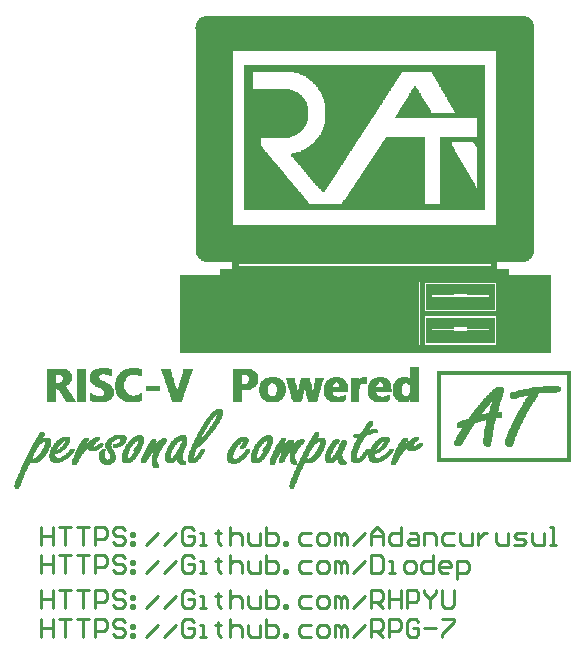
<source format=gto>
G04*
G04 #@! TF.GenerationSoftware,Altium Limited,Altium Designer,19.1.7 (138)*
G04*
G04 Layer_Color=65535*
%FSLAX25Y25*%
%MOIN*%
G70*
G01*
G75*
%ADD10C,0.00200*%
%ADD11C,0.01000*%
D10*
X96000Y239500D02*
X202800D01*
X95400Y239300D02*
X203400D01*
X95000Y239100D02*
X203800D01*
X94800Y238900D02*
X204000D01*
X94400Y238700D02*
X204200D01*
X94200Y238500D02*
X204600D01*
X94000Y238300D02*
X204600D01*
X94000Y238100D02*
X204800D01*
X93800Y237900D02*
X205000D01*
X93600Y237700D02*
X205200D01*
X93600Y237500D02*
X205200D01*
X93400Y237300D02*
X205400D01*
X93400Y237100D02*
X205400D01*
X93400Y236900D02*
X205400D01*
X93200Y236700D02*
X205600D01*
X93200Y236500D02*
X205600D01*
X93200Y236300D02*
X205600D01*
X93200Y236100D02*
X205600D01*
X93000Y235900D02*
X205600D01*
X93000Y235700D02*
X205600D01*
X93000Y235500D02*
X205600D01*
X93200Y235300D02*
X205600D01*
X93200Y235100D02*
X205600D01*
X93200Y234900D02*
X205600D01*
X93200Y234700D02*
X205600D01*
X93200Y234500D02*
X205600D01*
X93200Y234300D02*
X205600D01*
X93200Y234100D02*
X205600D01*
X93200Y233900D02*
X205600D01*
X93200Y233700D02*
X205600D01*
X93200Y233500D02*
X205600D01*
X93200Y233300D02*
X205600D01*
X93200Y233100D02*
X205600D01*
X93200Y232900D02*
X205600D01*
X93200Y232700D02*
X205600D01*
X93200Y232500D02*
X205600D01*
X93200Y232300D02*
X205600D01*
X93200Y232100D02*
X205600D01*
X93200Y231900D02*
X205600D01*
X93200Y231700D02*
X205600D01*
X93200Y231500D02*
X205600D01*
X93200Y231300D02*
X205600D01*
X93200Y231100D02*
X205600D01*
X93200Y230900D02*
X205600D01*
X93200Y230700D02*
X205600D01*
X93200Y230500D02*
X205600D01*
X93200Y230300D02*
X205600D01*
X93200Y230100D02*
X205600D01*
X93200Y229900D02*
X205600D01*
X93200Y229700D02*
X205600D01*
X93200Y229500D02*
X205600D01*
X93200Y229300D02*
X205600D01*
X93200Y229100D02*
X205600D01*
X93200Y228900D02*
X205600D01*
X93200Y228700D02*
X205600D01*
X93200Y228500D02*
X205600D01*
X93200Y228300D02*
X205600D01*
X93200Y228100D02*
X205600D01*
X93200Y227900D02*
X105400D01*
X193400D02*
X205600D01*
X93200Y227700D02*
X105400D01*
X193400D02*
X205600D01*
X93200Y227500D02*
X105400D01*
X193400D02*
X205600D01*
X93200Y227300D02*
X105400D01*
X193400D02*
X205600D01*
X93200Y227100D02*
X105400D01*
X193400D02*
X205600D01*
X93200Y226900D02*
X105400D01*
X193400D02*
X205600D01*
X93200Y226700D02*
X105400D01*
X193400D02*
X205600D01*
X93200Y226500D02*
X105400D01*
X193400D02*
X205600D01*
X93200Y226300D02*
X105400D01*
X193400D02*
X205600D01*
X93200Y226100D02*
X105400D01*
X193400D02*
X205600D01*
X93200Y225900D02*
X105400D01*
X193400D02*
X205600D01*
X93200Y225700D02*
X105400D01*
X193400D02*
X205600D01*
X93200Y225500D02*
X105400D01*
X193400D02*
X205600D01*
X93200Y225300D02*
X105400D01*
X193400D02*
X205600D01*
X93200Y225100D02*
X105400D01*
X193400D02*
X205600D01*
X93200Y224900D02*
X105400D01*
X193400D02*
X205600D01*
X93200Y224700D02*
X105400D01*
X193400D02*
X205600D01*
X93200Y224500D02*
X105400D01*
X193400D02*
X205600D01*
X93200Y224300D02*
X105400D01*
X193400D02*
X205600D01*
X93200Y224100D02*
X105400D01*
X193400D02*
X205600D01*
X93200Y223900D02*
X105400D01*
X193400D02*
X205600D01*
X93200Y223700D02*
X105400D01*
X193400D02*
X205600D01*
X93200Y223500D02*
X105400D01*
X193400D02*
X205600D01*
X93200Y223300D02*
X105400D01*
X193400D02*
X205600D01*
X93200Y223100D02*
X105400D01*
X109400D02*
X189400D01*
X193400D02*
X205600D01*
X93200Y222900D02*
X105400D01*
X109400D02*
X189400D01*
X193400D02*
X205600D01*
X93200Y222700D02*
X105400D01*
X109400D02*
X189400D01*
X193400D02*
X205600D01*
X93200Y222500D02*
X105400D01*
X109400D02*
X189400D01*
X193400D02*
X205600D01*
X93200Y222300D02*
X105400D01*
X109400D02*
X189400D01*
X193400D02*
X205600D01*
X93200Y222100D02*
X105400D01*
X109400D02*
X189400D01*
X193400D02*
X205600D01*
X93200Y221900D02*
X105400D01*
X109400D02*
X189400D01*
X193400D02*
X205600D01*
X93200Y221700D02*
X105400D01*
X109400D02*
X189400D01*
X193400D02*
X205600D01*
X93200Y221500D02*
X105400D01*
X109400D02*
X189400D01*
X193400D02*
X205600D01*
X93200Y221300D02*
X105400D01*
X109400D02*
X189400D01*
X193400D02*
X205600D01*
X93200Y221100D02*
X105400D01*
X109400D02*
X189400D01*
X193400D02*
X205600D01*
X93200Y220900D02*
X105400D01*
X109400D02*
X112000D01*
X126000D02*
X161600D01*
X171800D02*
X189400D01*
X193400D02*
X205600D01*
X93200Y220700D02*
X105400D01*
X109400D02*
X112000D01*
X127200D02*
X161400D01*
X172000D02*
X189400D01*
X193400D02*
X205600D01*
X93200Y220500D02*
X105400D01*
X109400D02*
X112000D01*
X127600D02*
X161400D01*
X172000D02*
X189400D01*
X193400D02*
X205600D01*
X93200Y220300D02*
X105400D01*
X109400D02*
X112000D01*
X128000D02*
X161200D01*
X172200D02*
X189400D01*
X193400D02*
X205600D01*
X93200Y220100D02*
X105400D01*
X109400D02*
X112000D01*
X128400D02*
X161000D01*
X172200D02*
X189400D01*
X193400D02*
X205600D01*
X93200Y219900D02*
X105400D01*
X109400D02*
X112000D01*
X129000D02*
X161000D01*
X172400D02*
X189400D01*
X193400D02*
X205600D01*
X93200Y219700D02*
X105400D01*
X109400D02*
X112000D01*
X129400D02*
X160800D01*
X172600D02*
X189400D01*
X193400D02*
X205600D01*
X93200Y219500D02*
X105400D01*
X109400D02*
X112000D01*
X129800D02*
X160600D01*
X172600D02*
X189400D01*
X193400D02*
X205600D01*
X93200Y219300D02*
X105400D01*
X109400D02*
X112000D01*
X129800D02*
X160600D01*
X172800D02*
X189400D01*
X193400D02*
X205600D01*
X93200Y219100D02*
X105400D01*
X109400D02*
X112000D01*
X130400D02*
X160400D01*
X172800D02*
X189400D01*
X193400D02*
X205600D01*
X93200Y218900D02*
X105400D01*
X109400D02*
X112000D01*
X130600D02*
X160400D01*
X173000D02*
X189400D01*
X193400D02*
X205600D01*
X93200Y218700D02*
X105400D01*
X109400D02*
X112000D01*
X130800D02*
X160200D01*
X173000D02*
X189400D01*
X193400D02*
X205600D01*
X93200Y218500D02*
X105400D01*
X109400D02*
X112000D01*
X131000D02*
X160000D01*
X173200D02*
X189400D01*
X193400D02*
X205600D01*
X93200Y218300D02*
X105400D01*
X109400D02*
X112000D01*
X131400D02*
X160000D01*
X173400D02*
X189400D01*
X193400D02*
X205600D01*
X93200Y218100D02*
X105400D01*
X109400D02*
X112000D01*
X131600D02*
X159800D01*
X173400D02*
X189400D01*
X193400D02*
X205600D01*
X93200Y217900D02*
X105400D01*
X109400D02*
X112000D01*
X131800D02*
X159600D01*
X173600D02*
X189400D01*
X193400D02*
X205600D01*
X93200Y217700D02*
X105400D01*
X109400D02*
X112000D01*
X132000D02*
X159600D01*
X173600D02*
X189400D01*
X193400D02*
X205600D01*
X93200Y217500D02*
X105400D01*
X109400D02*
X112000D01*
X132200D02*
X159400D01*
X173800D02*
X189400D01*
X193400D02*
X205600D01*
X93200Y217300D02*
X105400D01*
X109400D02*
X112000D01*
X132400D02*
X159200D01*
X174000D02*
X189400D01*
X193400D02*
X205600D01*
X93200Y217100D02*
X105400D01*
X109400D02*
X112000D01*
X132600D02*
X159200D01*
X174000D02*
X189400D01*
X193400D02*
X205600D01*
X93200Y216900D02*
X105400D01*
X109400D02*
X112000D01*
X132800D02*
X159000D01*
X174200D02*
X189400D01*
X193400D02*
X205600D01*
X93200Y216700D02*
X105400D01*
X109400D02*
X112000D01*
X133000D02*
X158800D01*
X174200D02*
X189400D01*
X193400D02*
X205600D01*
X93200Y216500D02*
X105400D01*
X109400D02*
X112000D01*
X133200D02*
X158800D01*
X174400D02*
X189400D01*
X193400D02*
X205600D01*
X93200Y216300D02*
X105400D01*
X109400D02*
X112000D01*
X133200D02*
X158600D01*
X174400D02*
X189400D01*
X193400D02*
X205600D01*
X93200Y216100D02*
X105400D01*
X109400D02*
X112000D01*
X133400D02*
X158400D01*
X166000D02*
X166200D01*
X174600D02*
X189400D01*
X193400D02*
X205600D01*
X93200Y215900D02*
X105400D01*
X109400D02*
X112000D01*
X133800D02*
X158400D01*
X165800D02*
X166400D01*
X174800D02*
X189400D01*
X193400D02*
X205600D01*
X93200Y215700D02*
X105400D01*
X109400D02*
X112000D01*
X133800D02*
X158200D01*
X165800D02*
X166400D01*
X174800D02*
X189400D01*
X193400D02*
X205600D01*
X93200Y215500D02*
X105400D01*
X109400D02*
X112000D01*
X133800D02*
X158000D01*
X165600D02*
X166600D01*
X175000D02*
X189400D01*
X193400D02*
X205600D01*
X93200Y215300D02*
X105400D01*
X109400D02*
X112000D01*
X134000D02*
X158000D01*
X165400D02*
X166800D01*
X175000D02*
X189400D01*
X193400D02*
X205600D01*
X93200Y215100D02*
X105400D01*
X109400D02*
X124200D01*
X134400D02*
X157800D01*
X165400D02*
X166800D01*
X175200D02*
X189400D01*
X193400D02*
X205600D01*
X93200Y214900D02*
X105400D01*
X109400D02*
X125000D01*
X134400D02*
X157800D01*
X165200D02*
X167000D01*
X175400D02*
X189400D01*
X193400D02*
X205600D01*
X93200Y214700D02*
X105400D01*
X109400D02*
X125400D01*
X134600D02*
X157600D01*
X165000D02*
X167200D01*
X175400D02*
X189400D01*
X193400D02*
X205600D01*
X93200Y214500D02*
X105400D01*
X109400D02*
X125800D01*
X134600D02*
X157400D01*
X165000D02*
X167200D01*
X175600D02*
X189400D01*
X193400D02*
X205600D01*
X93200Y214300D02*
X105400D01*
X109400D02*
X126600D01*
X134800D02*
X157400D01*
X164800D02*
X167400D01*
X175600D02*
X189400D01*
X193400D02*
X205600D01*
X93200Y214100D02*
X105400D01*
X109400D02*
X126800D01*
X134800D02*
X157200D01*
X164800D02*
X167400D01*
X175800D02*
X189400D01*
X193400D02*
X205600D01*
X93200Y213900D02*
X105400D01*
X109400D02*
X127000D01*
X134800D02*
X157000D01*
X164600D02*
X167600D01*
X175800D02*
X189400D01*
X193400D02*
X205600D01*
X93200Y213700D02*
X105400D01*
X109400D02*
X127400D01*
X135000D02*
X157000D01*
X164400D02*
X167800D01*
X176000D02*
X189400D01*
X193400D02*
X205600D01*
X93200Y213500D02*
X105400D01*
X109400D02*
X127600D01*
X135200D02*
X156800D01*
X164400D02*
X167800D01*
X176200D02*
X189400D01*
X193400D02*
X205600D01*
X93200Y213300D02*
X105400D01*
X109400D02*
X127800D01*
X135200D02*
X156600D01*
X164200D02*
X168000D01*
X176200D02*
X189400D01*
X193400D02*
X205600D01*
X93200Y213100D02*
X105400D01*
X109400D02*
X128200D01*
X135400D02*
X156600D01*
X164200D02*
X168000D01*
X176400D02*
X189400D01*
X193400D02*
X205600D01*
X93200Y212900D02*
X105400D01*
X109400D02*
X128200D01*
X135400D02*
X156400D01*
X164000D02*
X168200D01*
X176400D02*
X189400D01*
X193400D02*
X205600D01*
X93200Y212700D02*
X105400D01*
X109400D02*
X128400D01*
X135600D02*
X156200D01*
X163800D02*
X168400D01*
X176600D02*
X189400D01*
X193400D02*
X205600D01*
X93200Y212500D02*
X105400D01*
X109400D02*
X128600D01*
X135600D02*
X156200D01*
X163800D02*
X168400D01*
X176800D02*
X189400D01*
X193400D02*
X205600D01*
X93200Y212300D02*
X105400D01*
X109400D02*
X128800D01*
X135600D02*
X156000D01*
X163600D02*
X168600D01*
X176800D02*
X189400D01*
X193400D02*
X205600D01*
X93200Y212100D02*
X105400D01*
X109400D02*
X129000D01*
X135600D02*
X155800D01*
X163600D02*
X168600D01*
X177000D02*
X189400D01*
X193400D02*
X205600D01*
X93200Y211900D02*
X105400D01*
X109400D02*
X129000D01*
X135800D02*
X155800D01*
X163400D02*
X168800D01*
X177000D02*
X189400D01*
X193400D02*
X205600D01*
X93200Y211700D02*
X105400D01*
X109400D02*
X129200D01*
X135800D02*
X155600D01*
X163200D02*
X169000D01*
X177200D02*
X189400D01*
X193400D02*
X205600D01*
X93200Y211500D02*
X105400D01*
X109400D02*
X129400D01*
X135800D02*
X155400D01*
X163200D02*
X169000D01*
X177200D02*
X189400D01*
X193400D02*
X205600D01*
X93200Y211300D02*
X105400D01*
X109400D02*
X129400D01*
X136000D02*
X155400D01*
X163000D02*
X169200D01*
X177400D02*
X189400D01*
X193400D02*
X205600D01*
X93200Y211100D02*
X105400D01*
X109400D02*
X129600D01*
X136000D02*
X155200D01*
X162800D02*
X169400D01*
X177600D02*
X189400D01*
X193400D02*
X205600D01*
X93200Y210900D02*
X105400D01*
X109400D02*
X129800D01*
X136000D02*
X155200D01*
X162800D02*
X169400D01*
X177600D02*
X189400D01*
X193400D02*
X205600D01*
X93200Y210700D02*
X105400D01*
X109400D02*
X129800D01*
X136200D02*
X155000D01*
X162600D02*
X169600D01*
X177800D02*
X189400D01*
X193400D02*
X205600D01*
X93200Y210500D02*
X105400D01*
X109400D02*
X129800D01*
X136200D02*
X154800D01*
X162600D02*
X169600D01*
X177800D02*
X189400D01*
X193400D02*
X205600D01*
X93200Y210300D02*
X105400D01*
X109400D02*
X129800D01*
X136200D02*
X154800D01*
X162400D02*
X169800D01*
X178000D02*
X189400D01*
X193400D02*
X205600D01*
X93200Y210100D02*
X105400D01*
X109400D02*
X130000D01*
X136400D02*
X154600D01*
X162200D02*
X170000D01*
X178200D02*
X189400D01*
X193400D02*
X205600D01*
X93200Y209900D02*
X105400D01*
X109400D02*
X130000D01*
X136400D02*
X154400D01*
X162200D02*
X170000D01*
X178200D02*
X189400D01*
X193400D02*
X205600D01*
X93200Y209700D02*
X105400D01*
X109400D02*
X130000D01*
X136400D02*
X154400D01*
X162000D02*
X170200D01*
X178400D02*
X189400D01*
X193400D02*
X205600D01*
X93200Y209500D02*
X105400D01*
X109400D02*
X130200D01*
X136400D02*
X154200D01*
X161800D02*
X170200D01*
X178400D02*
X189400D01*
X193400D02*
X205600D01*
X93200Y209300D02*
X105400D01*
X109400D02*
X130200D01*
X136400D02*
X154000D01*
X161800D02*
X170400D01*
X178600D02*
X189400D01*
X193400D02*
X205600D01*
X93200Y209100D02*
X105400D01*
X109400D02*
X130200D01*
X136400D02*
X154000D01*
X161600D02*
X170600D01*
X178600D02*
X189400D01*
X193400D02*
X205600D01*
X93200Y208900D02*
X105400D01*
X109400D02*
X130200D01*
X136400D02*
X153800D01*
X161600D02*
X170600D01*
X178800D02*
X189400D01*
X193400D02*
X205600D01*
X93200Y208700D02*
X105400D01*
X109400D02*
X130200D01*
X136400D02*
X153600D01*
X161400D02*
X170800D01*
X179000D02*
X189400D01*
X193400D02*
X205600D01*
X93200Y208500D02*
X105400D01*
X109400D02*
X130200D01*
X136400D02*
X153600D01*
X161200D02*
X170800D01*
X179000D02*
X189400D01*
X193400D02*
X205600D01*
X93200Y208300D02*
X105400D01*
X109400D02*
X130400D01*
X136400D02*
X153400D01*
X161200D02*
X171000D01*
X179200D02*
X189400D01*
X193400D02*
X205600D01*
X93200Y208100D02*
X105400D01*
X109400D02*
X130400D01*
X136400D02*
X153200D01*
X161000D02*
X171200D01*
X179200D02*
X189400D01*
X193400D02*
X205600D01*
X93200Y207900D02*
X105400D01*
X109400D02*
X130400D01*
X136400D02*
X153200D01*
X161000D02*
X171200D01*
X179400D02*
X189400D01*
X193400D02*
X205600D01*
X93200Y207700D02*
X105400D01*
X109400D02*
X130400D01*
X136400D02*
X153000D01*
X161000D02*
X171400D01*
X179600D02*
X189400D01*
X193400D02*
X205600D01*
X93200Y207500D02*
X105400D01*
X109400D02*
X130400D01*
X136400D02*
X153000D01*
X160600D02*
X171400D01*
X179600D02*
X189400D01*
X193400D02*
X205600D01*
X93200Y207300D02*
X105400D01*
X109400D02*
X130400D01*
X136400D02*
X152800D01*
X160600D02*
X189400D01*
X193400D02*
X205600D01*
X93200Y207100D02*
X105400D01*
X109400D02*
X130400D01*
X136400D02*
X152600D01*
X160600D02*
X189400D01*
X193400D02*
X205600D01*
X93200Y206900D02*
X105400D01*
X109400D02*
X130400D01*
X136400D02*
X152600D01*
X160200D02*
X189400D01*
X193400D02*
X205600D01*
X93200Y206700D02*
X105400D01*
X109400D02*
X130400D01*
X136400D02*
X152400D01*
X160200D02*
X189400D01*
X193400D02*
X205600D01*
X93200Y206500D02*
X105400D01*
X109400D02*
X130400D01*
X136400D02*
X152200D01*
X160000D02*
X189400D01*
X193400D02*
X205600D01*
X93200Y206300D02*
X105400D01*
X109400D02*
X130400D01*
X136400D02*
X152200D01*
X160000D02*
X189400D01*
X193400D02*
X205600D01*
X93200Y206100D02*
X105400D01*
X109400D02*
X130400D01*
X136400D02*
X152000D01*
X159800D02*
X189400D01*
X193400D02*
X205600D01*
X93200Y205900D02*
X105400D01*
X109400D02*
X130200D01*
X136400D02*
X151800D01*
X159600D02*
X189400D01*
X193400D02*
X205600D01*
X93200Y205700D02*
X105400D01*
X109400D02*
X130200D01*
X136400D02*
X151800D01*
X186800D02*
X189400D01*
X193400D02*
X205600D01*
X93200Y205500D02*
X105400D01*
X109400D02*
X130200D01*
X136400D02*
X151600D01*
X186800D02*
X189400D01*
X193400D02*
X205600D01*
X93200Y205300D02*
X105400D01*
X109400D02*
X130200D01*
X136400D02*
X151400D01*
X186800D02*
X189400D01*
X193400D02*
X205600D01*
X93200Y205100D02*
X105400D01*
X109400D02*
X130200D01*
X136400D02*
X151400D01*
X186800D02*
X189400D01*
X193400D02*
X205600D01*
X93200Y204900D02*
X105400D01*
X109400D02*
X130200D01*
X136400D02*
X151200D01*
X186800D02*
X189400D01*
X193400D02*
X205600D01*
X93200Y204700D02*
X105400D01*
X109400D02*
X130000D01*
X136400D02*
X151000D01*
X186800D02*
X189400D01*
X193400D02*
X205600D01*
X93200Y204500D02*
X105400D01*
X109400D02*
X130000D01*
X136400D02*
X151000D01*
X186800D02*
X189400D01*
X193400D02*
X205600D01*
X93200Y204300D02*
X105400D01*
X109400D02*
X130000D01*
X136400D02*
X150800D01*
X186800D02*
X189400D01*
X193400D02*
X205600D01*
X93200Y204100D02*
X105400D01*
X109400D02*
X129800D01*
X136200D02*
X150600D01*
X186800D02*
X189400D01*
X193400D02*
X205600D01*
X93200Y203900D02*
X105400D01*
X109400D02*
X129800D01*
X136200D02*
X150600D01*
X186800D02*
X189400D01*
X193400D02*
X205600D01*
X93200Y203700D02*
X105400D01*
X109400D02*
X129800D01*
X136200D02*
X150400D01*
X186800D02*
X189400D01*
X193400D02*
X205600D01*
X93200Y203500D02*
X105400D01*
X109400D02*
X129600D01*
X136000D02*
X150400D01*
X186800D02*
X189400D01*
X193400D02*
X205600D01*
X93200Y203300D02*
X105400D01*
X109400D02*
X129600D01*
X136000D02*
X150200D01*
X186800D02*
X189400D01*
X193400D02*
X205600D01*
X93200Y203100D02*
X105400D01*
X109400D02*
X129400D01*
X135800D02*
X150000D01*
X186800D02*
X189400D01*
X193400D02*
X205600D01*
X93200Y202900D02*
X105400D01*
X109400D02*
X129200D01*
X135800D02*
X150000D01*
X186800D02*
X189400D01*
X193400D02*
X205600D01*
X93200Y202700D02*
X105400D01*
X109400D02*
X129200D01*
X135800D02*
X149800D01*
X186800D02*
X189400D01*
X193400D02*
X205600D01*
X93200Y202500D02*
X105400D01*
X109400D02*
X129000D01*
X135600D02*
X149600D01*
X186800D02*
X189400D01*
X193400D02*
X205600D01*
X93200Y202300D02*
X105400D01*
X109400D02*
X129000D01*
X135600D02*
X149600D01*
X186800D02*
X189400D01*
X193400D02*
X205600D01*
X93200Y202100D02*
X105400D01*
X109400D02*
X128800D01*
X135600D02*
X149400D01*
X186800D02*
X189400D01*
X193400D02*
X205600D01*
X93200Y201900D02*
X105400D01*
X109400D02*
X128600D01*
X135600D02*
X149200D01*
X186800D02*
X189400D01*
X193400D02*
X205600D01*
X93200Y201700D02*
X105400D01*
X109400D02*
X128400D01*
X135600D02*
X149200D01*
X186800D02*
X189400D01*
X193400D02*
X205600D01*
X93200Y201500D02*
X105400D01*
X109400D02*
X128200D01*
X135400D02*
X149000D01*
X186800D02*
X189400D01*
X193400D02*
X205600D01*
X93200Y201300D02*
X105400D01*
X109400D02*
X128000D01*
X135200D02*
X148800D01*
X186800D02*
X189400D01*
X193400D02*
X205600D01*
X93200Y201100D02*
X105400D01*
X109400D02*
X127800D01*
X135200D02*
X148800D01*
X186800D02*
X189400D01*
X193400D02*
X205600D01*
X93200Y200900D02*
X105400D01*
X109400D02*
X127600D01*
X135000D02*
X148600D01*
X186800D02*
X189400D01*
X193400D02*
X205600D01*
X93200Y200700D02*
X105400D01*
X109400D02*
X127200D01*
X134800D02*
X148400D01*
X186800D02*
X189400D01*
X193400D02*
X205600D01*
X93200Y200500D02*
X105400D01*
X109400D02*
X127000D01*
X134800D02*
X148400D01*
X186800D02*
X189400D01*
X193400D02*
X205600D01*
X93200Y200300D02*
X105400D01*
X109400D02*
X126600D01*
X134800D02*
X148200D01*
X186800D02*
X189400D01*
X193400D02*
X205600D01*
X93200Y200100D02*
X105400D01*
X109400D02*
X126400D01*
X134800D02*
X148200D01*
X186800D02*
X189400D01*
X193400D02*
X205600D01*
X93200Y199900D02*
X105400D01*
X109400D02*
X125800D01*
X134400D02*
X148000D01*
X186800D02*
X189400D01*
X193400D02*
X205600D01*
X93200Y199700D02*
X105400D01*
X109400D02*
X125200D01*
X134400D02*
X147800D01*
X186800D02*
X189400D01*
X193400D02*
X205600D01*
X93200Y199500D02*
X105400D01*
X109400D02*
X124800D01*
X134200D02*
X147800D01*
X186800D02*
X189400D01*
X193400D02*
X205600D01*
X93200Y199300D02*
X105400D01*
X109400D02*
X124200D01*
X134200D02*
X147600D01*
X186800D02*
X189400D01*
X193400D02*
X205600D01*
X93200Y199100D02*
X105400D01*
X109400D02*
X123000D01*
X134000D02*
X147400D01*
X156600D02*
X169400D01*
X174600D02*
X189400D01*
X193400D02*
X205600D01*
X93200Y198900D02*
X105400D01*
X109400D02*
X114600D01*
X133800D02*
X147400D01*
X156400D02*
X169400D01*
X174600D02*
X189400D01*
X193400D02*
X205600D01*
X93200Y198700D02*
X105400D01*
X109400D02*
X114600D01*
X133600D02*
X147200D01*
X156200D02*
X169400D01*
X174600D02*
X189400D01*
X193400D02*
X205600D01*
X93200Y198500D02*
X105400D01*
X109400D02*
X114600D01*
X133400D02*
X147000D01*
X156200D02*
X169400D01*
X174600D02*
X189400D01*
X193400D02*
X205600D01*
X93200Y198300D02*
X105400D01*
X109400D02*
X114600D01*
X133200D02*
X147000D01*
X156000D02*
X169400D01*
X174600D02*
X189400D01*
X193400D02*
X205600D01*
X93200Y198100D02*
X105400D01*
X109400D02*
X114600D01*
X133000D02*
X146800D01*
X155800D02*
X169400D01*
X174600D02*
X189400D01*
X193400D02*
X205600D01*
X93200Y197900D02*
X105400D01*
X109400D02*
X114600D01*
X133000D02*
X146600D01*
X155800D02*
X169400D01*
X174600D02*
X189400D01*
X193400D02*
X205600D01*
X93200Y197700D02*
X105400D01*
X109400D02*
X114600D01*
X132800D02*
X146600D01*
X155600D02*
X169400D01*
X174600D02*
X189400D01*
X193400D02*
X205600D01*
X93200Y197500D02*
X105400D01*
X109400D02*
X114600D01*
X132600D02*
X146400D01*
X155400D02*
X169400D01*
X174600D02*
X178400D01*
X185600D02*
X189400D01*
X193400D02*
X205600D01*
X93200Y197300D02*
X105400D01*
X109400D02*
X114600D01*
X132200D02*
X146200D01*
X155400D02*
X169400D01*
X174600D02*
X178200D01*
X185800D02*
X189400D01*
X193400D02*
X205600D01*
X93200Y197100D02*
X105400D01*
X109400D02*
X114600D01*
X132200D02*
X146200D01*
X155200D02*
X169400D01*
X174600D02*
X178200D01*
X186000D02*
X189400D01*
X193400D02*
X205600D01*
X93200Y196900D02*
X105400D01*
X109400D02*
X114600D01*
X132000D02*
X146000D01*
X155000D02*
X169400D01*
X174600D02*
X178200D01*
X186200D02*
X189400D01*
X193400D02*
X205600D01*
X93200Y196700D02*
X105400D01*
X109400D02*
X114600D01*
X131600D02*
X145800D01*
X155000D02*
X169400D01*
X174600D02*
X178400D01*
X186200D02*
X189400D01*
X193400D02*
X205600D01*
X93200Y196500D02*
X105400D01*
X109400D02*
X114600D01*
X131400D02*
X145800D01*
X154800D02*
X169400D01*
X174600D02*
X178400D01*
X186400D02*
X189400D01*
X193400D02*
X205600D01*
X93200Y196300D02*
X105400D01*
X109400D02*
X114800D01*
X131200D02*
X145600D01*
X154600D02*
X169400D01*
X174600D02*
X178600D01*
X186600D02*
X189400D01*
X193400D02*
X205600D01*
X93200Y196100D02*
X105400D01*
X109400D02*
X115000D01*
X130800D02*
X145600D01*
X154600D02*
X169400D01*
X174600D02*
X178600D01*
X186600D02*
X189400D01*
X193400D02*
X205600D01*
X93200Y195900D02*
X105400D01*
X109400D02*
X115000D01*
X130600D02*
X145400D01*
X154400D02*
X169400D01*
X174600D02*
X178800D01*
X186800D02*
X189400D01*
X193400D02*
X205600D01*
X93200Y195700D02*
X105400D01*
X109400D02*
X115200D01*
X130200D02*
X145200D01*
X154200D02*
X169400D01*
X174600D02*
X178800D01*
X187000D02*
X189400D01*
X193400D02*
X205600D01*
X93200Y195500D02*
X105400D01*
X109400D02*
X115200D01*
X130000D02*
X145200D01*
X154200D02*
X169400D01*
X174600D02*
X178800D01*
X187000D02*
X189400D01*
X193400D02*
X205600D01*
X93200Y195300D02*
X105400D01*
X109400D02*
X115400D01*
X129800D02*
X145000D01*
X154000D02*
X169400D01*
X174600D02*
X179000D01*
X187000D02*
X189400D01*
X193400D02*
X205600D01*
X93200Y195100D02*
X105400D01*
X109400D02*
X115600D01*
X129400D02*
X144800D01*
X153800D02*
X169400D01*
X174600D02*
X179200D01*
X187000D02*
X189400D01*
X193400D02*
X205600D01*
X93200Y194900D02*
X105400D01*
X109400D02*
X116000D01*
X128800D02*
X144800D01*
X153800D02*
X169400D01*
X174600D02*
X179200D01*
X187000D02*
X189400D01*
X193400D02*
X205600D01*
X93200Y194700D02*
X105400D01*
X109400D02*
X116000D01*
X128400D02*
X144600D01*
X153600D02*
X169400D01*
X174600D02*
X179400D01*
X187000D02*
X189400D01*
X193400D02*
X205600D01*
X93200Y194500D02*
X105400D01*
X109400D02*
X116000D01*
X128200D02*
X144400D01*
X153600D02*
X169400D01*
X174600D02*
X179400D01*
X187000D02*
X189400D01*
X193400D02*
X205600D01*
X93200Y194300D02*
X105400D01*
X109400D02*
X116200D01*
X127600D02*
X144400D01*
X153400D02*
X169400D01*
X174600D02*
X179600D01*
X187000D02*
X189400D01*
X193400D02*
X205600D01*
X93200Y194100D02*
X105400D01*
X109400D02*
X116600D01*
X126600D02*
X144200D01*
X153200D02*
X169400D01*
X174600D02*
X179600D01*
X187000D02*
X189400D01*
X193400D02*
X205600D01*
X93200Y193900D02*
X105400D01*
X109400D02*
X116800D01*
X126000D02*
X144000D01*
X153200D02*
X169400D01*
X174600D02*
X179800D01*
X187000D02*
X189400D01*
X193400D02*
X205600D01*
X93200Y193700D02*
X105400D01*
X109400D02*
X116800D01*
X125400D02*
X144000D01*
X153000D02*
X169400D01*
X174600D02*
X180000D01*
X187000D02*
X189400D01*
X193400D02*
X205600D01*
X93200Y193500D02*
X105400D01*
X109400D02*
X116800D01*
X124800D02*
X143800D01*
X152800D02*
X169400D01*
X174600D02*
X180000D01*
X187000D02*
X189400D01*
X193400D02*
X205600D01*
X93200Y193300D02*
X105400D01*
X109400D02*
X117200D01*
X125000D02*
X143600D01*
X152800D02*
X169400D01*
X174600D02*
X180200D01*
X187000D02*
X189400D01*
X193400D02*
X205600D01*
X93200Y193100D02*
X105400D01*
X109400D02*
X117400D01*
X125000D02*
X143600D01*
X152600D02*
X169400D01*
X174600D02*
X180200D01*
X187000D02*
X189400D01*
X193400D02*
X205600D01*
X93200Y192900D02*
X105400D01*
X109400D02*
X117600D01*
X125000D02*
X143400D01*
X152400D02*
X169400D01*
X174600D02*
X180400D01*
X187000D02*
X189400D01*
X193400D02*
X205600D01*
X93200Y192700D02*
X105400D01*
X109400D02*
X117600D01*
X125200D02*
X143400D01*
X152400D02*
X169400D01*
X174600D02*
X180400D01*
X187000D02*
X189400D01*
X193400D02*
X205600D01*
X93200Y192500D02*
X105400D01*
X109400D02*
X117800D01*
X125600D02*
X143200D01*
X152200D02*
X169400D01*
X174600D02*
X180600D01*
X187000D02*
X189400D01*
X193400D02*
X205600D01*
X93200Y192300D02*
X105400D01*
X109400D02*
X118000D01*
X125800D02*
X143000D01*
X152000D02*
X169400D01*
X174600D02*
X180600D01*
X187000D02*
X189400D01*
X193400D02*
X205600D01*
X93200Y192100D02*
X105400D01*
X109400D02*
X118200D01*
X125800D02*
X143000D01*
X152000D02*
X169400D01*
X174600D02*
X180800D01*
X187000D02*
X189400D01*
X193400D02*
X205600D01*
X93200Y191900D02*
X105400D01*
X109400D02*
X118400D01*
X126000D02*
X142800D01*
X151800D02*
X169400D01*
X174600D02*
X180800D01*
X187000D02*
X189400D01*
X193400D02*
X205600D01*
X93200Y191700D02*
X105400D01*
X109400D02*
X118400D01*
X126200D02*
X142600D01*
X151600D02*
X169400D01*
X174600D02*
X181000D01*
X187000D02*
X189400D01*
X193400D02*
X205600D01*
X93200Y191500D02*
X105400D01*
X109400D02*
X118600D01*
X126400D02*
X142600D01*
X151600D02*
X169400D01*
X174600D02*
X181200D01*
X187000D02*
X189400D01*
X193400D02*
X205600D01*
X93200Y191300D02*
X105400D01*
X109400D02*
X118800D01*
X126600D02*
X142400D01*
X151400D02*
X169400D01*
X174600D02*
X181400D01*
X187000D02*
X189400D01*
X193400D02*
X205600D01*
X93200Y191100D02*
X105400D01*
X109400D02*
X119000D01*
X126600D02*
X142200D01*
X151200D02*
X169400D01*
X174600D02*
X181400D01*
X187000D02*
X189400D01*
X193400D02*
X205600D01*
X93200Y190900D02*
X105400D01*
X109400D02*
X119400D01*
X127000D02*
X142200D01*
X151200D02*
X169400D01*
X174600D02*
X181600D01*
X187000D02*
X189400D01*
X193400D02*
X205600D01*
X93200Y190700D02*
X105400D01*
X109400D02*
X119400D01*
X127200D02*
X142000D01*
X151000D02*
X169400D01*
X174600D02*
X181600D01*
X187000D02*
X189400D01*
X193400D02*
X205600D01*
X93200Y190500D02*
X105400D01*
X109400D02*
X119600D01*
X127400D02*
X141800D01*
X150800D02*
X169400D01*
X174600D02*
X181800D01*
X187000D02*
X189400D01*
X193400D02*
X205600D01*
X93200Y190300D02*
X105400D01*
X109400D02*
X119800D01*
X127400D02*
X141800D01*
X150800D02*
X169400D01*
X174600D02*
X182000D01*
X187000D02*
X189400D01*
X193400D02*
X205600D01*
X93200Y190100D02*
X105400D01*
X109400D02*
X120000D01*
X127600D02*
X141600D01*
X150600D02*
X169400D01*
X174600D02*
X182000D01*
X187000D02*
X189400D01*
X193400D02*
X205600D01*
X93200Y189900D02*
X105400D01*
X109400D02*
X120200D01*
X127800D02*
X141400D01*
X150400D02*
X169400D01*
X174600D02*
X182200D01*
X187000D02*
X189400D01*
X193400D02*
X205600D01*
X93200Y189700D02*
X105400D01*
X109400D02*
X120200D01*
X128000D02*
X141400D01*
X150400D02*
X169400D01*
X174600D02*
X182200D01*
X187000D02*
X189400D01*
X193400D02*
X205600D01*
X93200Y189500D02*
X105400D01*
X109400D02*
X120400D01*
X128200D02*
X141200D01*
X150200D02*
X169400D01*
X174600D02*
X182400D01*
X187000D02*
X189400D01*
X193400D02*
X205600D01*
X93200Y189300D02*
X105400D01*
X109400D02*
X120800D01*
X128400D02*
X141000D01*
X150000D02*
X169400D01*
X174600D02*
X182400D01*
X187000D02*
X189400D01*
X193400D02*
X205600D01*
X93200Y189100D02*
X105400D01*
X109400D02*
X120800D01*
X128400D02*
X141000D01*
X150000D02*
X169400D01*
X174600D02*
X182600D01*
X187000D02*
X189400D01*
X193400D02*
X205600D01*
X93200Y188900D02*
X105400D01*
X109400D02*
X121000D01*
X128600D02*
X140800D01*
X149800D02*
X169400D01*
X174600D02*
X182800D01*
X187000D02*
X189400D01*
X193400D02*
X205600D01*
X93200Y188700D02*
X105400D01*
X109400D02*
X121000D01*
X128800D02*
X140800D01*
X149600D02*
X169400D01*
X174600D02*
X182800D01*
X187000D02*
X189400D01*
X193400D02*
X205600D01*
X93200Y188500D02*
X105400D01*
X109400D02*
X121400D01*
X129000D02*
X140600D01*
X149600D02*
X169400D01*
X174600D02*
X183000D01*
X187000D02*
X189400D01*
X193400D02*
X205600D01*
X93200Y188300D02*
X105400D01*
X109400D02*
X121600D01*
X129200D02*
X140400D01*
X149400D02*
X169400D01*
X174600D02*
X183000D01*
X187000D02*
X189400D01*
X193400D02*
X205600D01*
X93200Y188100D02*
X105400D01*
X109400D02*
X121600D01*
X129400D02*
X140400D01*
X149200D02*
X169400D01*
X174600D02*
X183200D01*
X187000D02*
X189400D01*
X193400D02*
X205600D01*
X93200Y187900D02*
X105400D01*
X109400D02*
X121800D01*
X129400D02*
X140200D01*
X149200D02*
X169400D01*
X174600D02*
X183400D01*
X187000D02*
X189400D01*
X193400D02*
X205600D01*
X93200Y187700D02*
X105400D01*
X109400D02*
X122000D01*
X129800D02*
X140000D01*
X149000D02*
X169400D01*
X174600D02*
X183400D01*
X187000D02*
X189400D01*
X193400D02*
X205600D01*
X93200Y187500D02*
X105400D01*
X109400D02*
X122200D01*
X129800D02*
X140000D01*
X148800D02*
X169400D01*
X174600D02*
X183600D01*
X187000D02*
X189400D01*
X193400D02*
X205600D01*
X93200Y187300D02*
X105400D01*
X109400D02*
X122200D01*
X130000D02*
X139800D01*
X148800D02*
X169400D01*
X174600D02*
X183600D01*
X187000D02*
X189400D01*
X193400D02*
X205600D01*
X93200Y187100D02*
X105400D01*
X109400D02*
X122400D01*
X130200D02*
X139600D01*
X148600D02*
X169400D01*
X174600D02*
X183800D01*
X187000D02*
X189400D01*
X193400D02*
X205600D01*
X93200Y186900D02*
X105400D01*
X109400D02*
X122600D01*
X130400D02*
X139600D01*
X148600D02*
X169400D01*
X174600D02*
X183800D01*
X187000D02*
X189400D01*
X193400D02*
X205600D01*
X93200Y186700D02*
X105400D01*
X109400D02*
X122600D01*
X130600D02*
X139400D01*
X148400D02*
X169400D01*
X174600D02*
X184000D01*
X187000D02*
X189400D01*
X193400D02*
X205600D01*
X93200Y186500D02*
X105400D01*
X109400D02*
X122800D01*
X130600D02*
X139200D01*
X148200D02*
X169400D01*
X174600D02*
X184200D01*
X187000D02*
X189400D01*
X193400D02*
X205600D01*
X93200Y186300D02*
X105400D01*
X109400D02*
X123000D01*
X130600D02*
X139200D01*
X148200D02*
X169400D01*
X174600D02*
X184200D01*
X187000D02*
X189400D01*
X193400D02*
X205600D01*
X93200Y186100D02*
X105400D01*
X109400D02*
X123200D01*
X131000D02*
X139000D01*
X148000D02*
X169400D01*
X174600D02*
X184400D01*
X187000D02*
X189400D01*
X193400D02*
X205600D01*
X93200Y185900D02*
X105400D01*
X109400D02*
X123400D01*
X131200D02*
X138800D01*
X147800D02*
X169400D01*
X174600D02*
X184400D01*
X187000D02*
X189400D01*
X193400D02*
X205600D01*
X93200Y185700D02*
X105400D01*
X109400D02*
X123400D01*
X131400D02*
X138800D01*
X147800D02*
X169400D01*
X174600D02*
X184600D01*
X187000D02*
X189400D01*
X193400D02*
X205600D01*
X93200Y185500D02*
X105400D01*
X109400D02*
X123600D01*
X131400D02*
X138600D01*
X147600D02*
X169400D01*
X174600D02*
X184600D01*
X187000D02*
X189400D01*
X193400D02*
X205600D01*
X93200Y185300D02*
X105400D01*
X109400D02*
X124000D01*
X131600D02*
X138600D01*
X147400D02*
X169400D01*
X174600D02*
X184800D01*
X187000D02*
X189400D01*
X193400D02*
X205600D01*
X93200Y185100D02*
X105400D01*
X109400D02*
X124000D01*
X131800D02*
X138400D01*
X147400D02*
X169400D01*
X174600D02*
X185000D01*
X187000D02*
X189400D01*
X193400D02*
X205600D01*
X93200Y184900D02*
X105400D01*
X109400D02*
X124200D01*
X132000D02*
X138200D01*
X147200D02*
X169400D01*
X174600D02*
X185000D01*
X187000D02*
X189400D01*
X193400D02*
X205600D01*
X93200Y184700D02*
X105400D01*
X109400D02*
X124200D01*
X132200D02*
X138200D01*
X147000D02*
X169400D01*
X174600D02*
X185200D01*
X187000D02*
X189400D01*
X193400D02*
X205600D01*
X93200Y184500D02*
X105400D01*
X109400D02*
X124600D01*
X132200D02*
X138000D01*
X147000D02*
X169400D01*
X174600D02*
X185200D01*
X187000D02*
X189400D01*
X193400D02*
X205600D01*
X93200Y184300D02*
X105400D01*
X109400D02*
X124800D01*
X132400D02*
X137800D01*
X146800D02*
X169400D01*
X174600D02*
X185400D01*
X187000D02*
X189400D01*
X193400D02*
X205600D01*
X93200Y184100D02*
X105400D01*
X109400D02*
X124800D01*
X132600D02*
X137800D01*
X146600D02*
X169400D01*
X174600D02*
X185600D01*
X187000D02*
X189400D01*
X193400D02*
X205600D01*
X93200Y183900D02*
X105400D01*
X109400D02*
X125000D01*
X132800D02*
X137600D01*
X146600D02*
X169400D01*
X174600D02*
X185600D01*
X187000D02*
X189400D01*
X193400D02*
X205600D01*
X93200Y183700D02*
X105400D01*
X109400D02*
X125200D01*
X133000D02*
X137400D01*
X146400D02*
X169400D01*
X174600D02*
X185800D01*
X187000D02*
X189400D01*
X193400D02*
X205600D01*
X93200Y183500D02*
X105400D01*
X109400D02*
X125400D01*
X133000D02*
X137400D01*
X146200D02*
X169400D01*
X174600D02*
X185800D01*
X187000D02*
X189400D01*
X193400D02*
X205600D01*
X93200Y183300D02*
X105400D01*
X109400D02*
X125600D01*
X133200D02*
X137200D01*
X146200D02*
X169400D01*
X174600D02*
X186000D01*
X187000D02*
X189400D01*
X193400D02*
X205600D01*
X93200Y183100D02*
X105400D01*
X109400D02*
X125600D01*
X133400D02*
X137000D01*
X146000D02*
X169400D01*
X174600D02*
X186000D01*
X187000D02*
X189400D01*
X193400D02*
X205600D01*
X93200Y182900D02*
X105400D01*
X109400D02*
X125800D01*
X133800D02*
X137000D01*
X145800D02*
X169400D01*
X174600D02*
X186200D01*
X187000D02*
X189400D01*
X193400D02*
X205600D01*
X93200Y182700D02*
X105400D01*
X109400D02*
X126000D01*
X133800D02*
X136800D01*
X145800D02*
X169400D01*
X174600D02*
X186400D01*
X187000D02*
X189400D01*
X193400D02*
X205600D01*
X93200Y182500D02*
X105400D01*
X109400D02*
X126200D01*
X134000D02*
X136600D01*
X145600D02*
X169400D01*
X174600D02*
X186400D01*
X187000D02*
X189400D01*
X193400D02*
X205600D01*
X93200Y182300D02*
X105400D01*
X109400D02*
X126400D01*
X134200D02*
X136600D01*
X145400D02*
X169400D01*
X174600D02*
X186600D01*
X187000D02*
X189400D01*
X193400D02*
X205600D01*
X93200Y182100D02*
X105400D01*
X109400D02*
X126600D01*
X134600D02*
X136400D01*
X145400D02*
X169400D01*
X174600D02*
X189400D01*
X193400D02*
X205600D01*
X93200Y181900D02*
X105400D01*
X109400D02*
X126800D01*
X134800D02*
X136200D01*
X145200D02*
X169400D01*
X174600D02*
X189400D01*
X193400D02*
X205600D01*
X93200Y181700D02*
X105400D01*
X109400D02*
X127000D01*
X134800D02*
X136200D01*
X145000D02*
X169400D01*
X174600D02*
X189400D01*
X193400D02*
X205600D01*
X93200Y181500D02*
X105400D01*
X109400D02*
X127000D01*
X134800D02*
X136000D01*
X145000D02*
X169400D01*
X174600D02*
X189400D01*
X193400D02*
X205600D01*
X93200Y181300D02*
X105400D01*
X109400D02*
X127400D01*
X135200D02*
X136000D01*
X144800D02*
X169400D01*
X174600D02*
X189400D01*
X193400D02*
X205600D01*
X93200Y181100D02*
X105400D01*
X109400D02*
X127400D01*
X135400D02*
X135800D01*
X144600D02*
X169400D01*
X174600D02*
X189400D01*
X193400D02*
X205600D01*
X93200Y180900D02*
X105400D01*
X109400D02*
X127600D01*
X144600D02*
X169400D01*
X174600D02*
X189400D01*
X193400D02*
X205600D01*
X93200Y180700D02*
X105400D01*
X109400D02*
X127800D01*
X144400D02*
X169400D01*
X174600D02*
X189400D01*
X193400D02*
X205600D01*
X93200Y180500D02*
X105400D01*
X109400D02*
X128000D01*
X144200D02*
X169400D01*
X174600D02*
X189400D01*
X193400D02*
X205600D01*
X93200Y180300D02*
X105400D01*
X109400D02*
X128200D01*
X144200D02*
X169400D01*
X174600D02*
X189400D01*
X193400D02*
X205600D01*
X93200Y180100D02*
X105400D01*
X109400D02*
X128200D01*
X144000D02*
X169400D01*
X174600D02*
X189400D01*
X193400D02*
X205600D01*
X93200Y179900D02*
X105400D01*
X109400D02*
X128400D01*
X143800D02*
X169400D01*
X174600D02*
X189400D01*
X193400D02*
X205600D01*
X93200Y179700D02*
X105400D01*
X109400D02*
X128600D01*
X143800D02*
X169400D01*
X174600D02*
X189400D01*
X193400D02*
X205600D01*
X93200Y179500D02*
X105400D01*
X109400D02*
X128800D01*
X143600D02*
X169400D01*
X174600D02*
X189400D01*
X193400D02*
X205600D01*
X93200Y179300D02*
X105400D01*
X109400D02*
X129000D01*
X143600D02*
X169400D01*
X174600D02*
X189400D01*
X193400D02*
X205600D01*
X93200Y179100D02*
X105400D01*
X109400D02*
X129000D01*
X143400D02*
X169400D01*
X174600D02*
X189400D01*
X193400D02*
X205600D01*
X93200Y178900D02*
X105400D01*
X109400D02*
X129400D01*
X143200D02*
X169400D01*
X174600D02*
X189400D01*
X193400D02*
X205600D01*
X93200Y178700D02*
X105400D01*
X109400D02*
X129400D01*
X143200D02*
X169400D01*
X174600D02*
X189400D01*
X193400D02*
X205600D01*
X93200Y178500D02*
X105400D01*
X109400D02*
X129600D01*
X143000D02*
X169400D01*
X174600D02*
X189400D01*
X193400D02*
X205600D01*
X93200Y178300D02*
X105400D01*
X109400D02*
X129800D01*
X142800D02*
X169400D01*
X174600D02*
X189400D01*
X193400D02*
X205600D01*
X93200Y178100D02*
X105400D01*
X109400D02*
X130000D01*
X142400D02*
X169400D01*
X174600D02*
X189400D01*
X193400D02*
X205600D01*
X93200Y177900D02*
X105400D01*
X109400D02*
X130000D01*
X142200D02*
X169400D01*
X174600D02*
X189400D01*
X193400D02*
X205600D01*
X93200Y177700D02*
X105400D01*
X109400D02*
X130200D01*
X142200D02*
X169400D01*
X174600D02*
X189400D01*
X193400D02*
X205600D01*
X93200Y177500D02*
X105400D01*
X109400D02*
X130200D01*
X142000D02*
X169400D01*
X174600D02*
X189400D01*
X193400D02*
X205600D01*
X93200Y177300D02*
X105400D01*
X109400D02*
X130600D01*
X141800D02*
X169400D01*
X174600D02*
X189400D01*
X193400D02*
X205600D01*
X93200Y177100D02*
X105400D01*
X109400D02*
X130600D01*
X141800D02*
X169400D01*
X174600D02*
X189400D01*
X193400D02*
X205600D01*
X93200Y176900D02*
X105400D01*
X109400D02*
X189400D01*
X193400D02*
X205600D01*
X93200Y176700D02*
X105400D01*
X109400D02*
X189400D01*
X193400D02*
X205600D01*
X93200Y176500D02*
X105400D01*
X109400D02*
X189400D01*
X193400D02*
X205600D01*
X93200Y176300D02*
X105400D01*
X109400D02*
X189400D01*
X193400D02*
X205600D01*
X93200Y176100D02*
X105400D01*
X109400D02*
X189400D01*
X193400D02*
X205600D01*
X93200Y175900D02*
X105400D01*
X109400D02*
X189400D01*
X193400D02*
X205600D01*
X93200Y175700D02*
X105400D01*
X109400D02*
X189400D01*
X193400D02*
X205600D01*
X93200Y175500D02*
X105400D01*
X109400D02*
X189400D01*
X193400D02*
X205600D01*
X93200Y175300D02*
X105400D01*
X109400D02*
X189400D01*
X193400D02*
X205600D01*
X93200Y175100D02*
X105400D01*
X193400D02*
X205600D01*
X93200Y174900D02*
X105400D01*
X193400D02*
X205600D01*
X93200Y174700D02*
X105400D01*
X193400D02*
X205600D01*
X93200Y174500D02*
X105400D01*
X193400D02*
X205600D01*
X93200Y174300D02*
X105400D01*
X193400D02*
X205600D01*
X93200Y174100D02*
X105400D01*
X193400D02*
X205600D01*
X93200Y173900D02*
X105400D01*
X193400D02*
X205600D01*
X93200Y173700D02*
X105400D01*
X193400D02*
X205600D01*
X93200Y173500D02*
X105400D01*
X193400D02*
X205600D01*
X93200Y173300D02*
X105400D01*
X193400D02*
X205600D01*
X93200Y173100D02*
X105400D01*
X193400D02*
X205600D01*
X93200Y172900D02*
X105400D01*
X193400D02*
X205600D01*
X93200Y172700D02*
X105400D01*
X193400D02*
X205600D01*
X93200Y172500D02*
X105400D01*
X193400D02*
X205600D01*
X93200Y172300D02*
X105400D01*
X193400D02*
X205600D01*
X93200Y172100D02*
X105400D01*
X193400D02*
X205600D01*
X93200Y171900D02*
X105400D01*
X193400D02*
X205600D01*
X93200Y171700D02*
X105400D01*
X193400D02*
X205600D01*
X93200Y171500D02*
X105400D01*
X193400D02*
X205600D01*
X93200Y171300D02*
X105400D01*
X193400D02*
X205600D01*
X93200Y171100D02*
X105400D01*
X193400D02*
X205600D01*
X93200Y170900D02*
X105400D01*
X193400D02*
X205600D01*
X93200Y170700D02*
X105400D01*
X193400D02*
X205600D01*
X93200Y170500D02*
X105400D01*
X193400D02*
X205600D01*
X93200Y170300D02*
X105400D01*
X193400D02*
X205600D01*
X93200Y170100D02*
X105400D01*
X193400D02*
X205600D01*
X93200Y169900D02*
X105400D01*
X193400D02*
X205600D01*
X93200Y169700D02*
X205600D01*
X93200Y169500D02*
X205600D01*
X93200Y169300D02*
X205600D01*
X93200Y169100D02*
X205600D01*
X93200Y168900D02*
X205600D01*
X93200Y168700D02*
X205600D01*
X93200Y168500D02*
X205600D01*
X93200Y168300D02*
X205600D01*
X93200Y168100D02*
X205600D01*
X93200Y167900D02*
X205600D01*
X93200Y167700D02*
X205600D01*
X93200Y167500D02*
X205600D01*
X93200Y167300D02*
X205600D01*
X93200Y167100D02*
X205600D01*
X93200Y166900D02*
X205600D01*
X93200Y166700D02*
X205600D01*
X93200Y166500D02*
X205600D01*
X93200Y166300D02*
X205600D01*
X93200Y166100D02*
X205600D01*
X93200Y165900D02*
X205600D01*
X93200Y165700D02*
X205600D01*
X93200Y165500D02*
X205600D01*
X93200Y165300D02*
X205600D01*
X93200Y165100D02*
X205600D01*
X93200Y164900D02*
X205600D01*
X93200Y164700D02*
X205600D01*
X93200Y164500D02*
X205600D01*
X93200Y164300D02*
X205600D01*
X93200Y164100D02*
X205600D01*
X93200Y163900D02*
X205600D01*
X93200Y163700D02*
X205600D01*
X93200Y163500D02*
X205600D01*
X93200Y163300D02*
X205600D01*
X93200Y163100D02*
X205600D01*
X93200Y162900D02*
X205600D01*
X93200Y162700D02*
X205600D01*
X93200Y162500D02*
X205600D01*
X93200Y162300D02*
X205600D01*
X93200Y162100D02*
X205600D01*
X93200Y161900D02*
X205600D01*
X93200Y161700D02*
X205600D01*
X93200Y161500D02*
X205600D01*
X93200Y161300D02*
X205600D01*
X93200Y161100D02*
X205600D01*
X93200Y160900D02*
X205600D01*
X93200Y160700D02*
X205600D01*
X93200Y160500D02*
X205600D01*
X93400Y160300D02*
X205400D01*
X93400Y160100D02*
X205400D01*
X93600Y159900D02*
X205200D01*
X93600Y159700D02*
X205200D01*
X93800Y159500D02*
X205000D01*
X94000Y159300D02*
X204800D01*
X94000Y159100D02*
X204800D01*
X94200Y158900D02*
X204600D01*
X94400Y158700D02*
X204400D01*
X94800Y158500D02*
X204000D01*
X95000Y158300D02*
X203800D01*
X95400Y158100D02*
X203400D01*
X95800Y157900D02*
X202800D01*
X105400Y157700D02*
X193400D01*
X105400Y157500D02*
X193400D01*
X105400Y157300D02*
X193400D01*
X105400Y157100D02*
X193400D01*
X105400Y156900D02*
X107400D01*
X191600D02*
X193400D01*
X105400Y156700D02*
X107400D01*
X191600D02*
X193400D01*
X105400Y156500D02*
X107400D01*
X191600D02*
X193400D01*
X105400Y156300D02*
X193400D01*
X105400Y156100D02*
X193400D01*
X105400Y155900D02*
X193400D01*
X105400Y155700D02*
X193400D01*
X105400Y155500D02*
X193400D01*
X105400Y155300D02*
X193400D01*
X101400Y155100D02*
X197400D01*
X101400Y154900D02*
X197400D01*
X101400Y154700D02*
X197400D01*
X101400Y154500D02*
X197400D01*
X101400Y154300D02*
X197400D01*
X101400Y154100D02*
X197400D01*
X101400Y153900D02*
X197400D01*
X101400Y153700D02*
X197400D01*
X101400Y153500D02*
X197400D01*
X101400Y153300D02*
X197400D01*
X87800Y153100D02*
X211400D01*
X87800Y152900D02*
X211400D01*
X87800Y152700D02*
X211400D01*
X87800Y152500D02*
X211400D01*
X87800Y152300D02*
X211400D01*
X87800Y152100D02*
X211400D01*
X87800Y151900D02*
X211400D01*
X87800Y151700D02*
X211400D01*
X87800Y151500D02*
X211400D01*
X87800Y151300D02*
X211400D01*
X87800Y151100D02*
X211400D01*
X87800Y150900D02*
X167200D01*
X167800D02*
X211400D01*
X87800Y150700D02*
X167200D01*
X167800D02*
X169200D01*
X193200D02*
X211400D01*
X87800Y150500D02*
X167200D01*
X167800D02*
X169200D01*
X193200D02*
X211400D01*
X87800Y150300D02*
X167200D01*
X167800D02*
X169200D01*
X193200D02*
X211400D01*
X87800Y150100D02*
X167200D01*
X167800D02*
X169200D01*
X169800D02*
X192600D01*
X193200D02*
X211400D01*
X87800Y149900D02*
X167200D01*
X167800D02*
X169200D01*
X169800D02*
X192600D01*
X193200D02*
X211400D01*
X87800Y149700D02*
X167200D01*
X167800D02*
X169200D01*
X169800D02*
X192600D01*
X193200D02*
X211400D01*
X87800Y149500D02*
X167200D01*
X167800D02*
X169200D01*
X169800D02*
X192600D01*
X193200D02*
X211400D01*
X87800Y149300D02*
X167200D01*
X167800D02*
X169200D01*
X169800D02*
X192600D01*
X193200D02*
X211400D01*
X87800Y149100D02*
X167200D01*
X167800D02*
X169200D01*
X169800D02*
X192600D01*
X193200D02*
X211400D01*
X87800Y148900D02*
X167200D01*
X167800D02*
X169200D01*
X169800D02*
X192600D01*
X193200D02*
X211400D01*
X87800Y148700D02*
X167200D01*
X167800D02*
X169200D01*
X169800D02*
X192600D01*
X193200D02*
X211400D01*
X87800Y148500D02*
X167200D01*
X167800D02*
X169200D01*
X169800D02*
X192600D01*
X193200D02*
X211400D01*
X87800Y148300D02*
X167200D01*
X167800D02*
X169200D01*
X169800D02*
X192600D01*
X193200D02*
X211400D01*
X87800Y148100D02*
X167200D01*
X167800D02*
X169200D01*
X169800D02*
X192600D01*
X193200D02*
X211400D01*
X87800Y147900D02*
X167200D01*
X167800D02*
X169200D01*
X169800D02*
X192600D01*
X193200D02*
X211400D01*
X87800Y147700D02*
X167200D01*
X167800D02*
X169200D01*
X169800D02*
X192600D01*
X193200D02*
X211400D01*
X87800Y147500D02*
X167200D01*
X167800D02*
X169200D01*
X169800D02*
X192600D01*
X193200D02*
X211400D01*
X87800Y147300D02*
X167200D01*
X167800D02*
X169200D01*
X169800D02*
X192600D01*
X193200D02*
X211400D01*
X87800Y147100D02*
X167200D01*
X167800D02*
X169200D01*
X169800D02*
X178800D01*
X183600D02*
X192600D01*
X193200D02*
X211400D01*
X87800Y146900D02*
X167200D01*
X167800D02*
X169200D01*
X169800D02*
X178800D01*
X183600D02*
X192600D01*
X193200D02*
X211400D01*
X87800Y146700D02*
X167200D01*
X167800D02*
X169200D01*
X169800D02*
X178800D01*
X183600D02*
X192600D01*
X193200D02*
X211400D01*
X87800Y146500D02*
X167200D01*
X167800D02*
X169200D01*
X169800D02*
X171600D01*
X190800D02*
X192600D01*
X193200D02*
X211400D01*
X87800Y146300D02*
X167200D01*
X167800D02*
X169200D01*
X169800D02*
X171600D01*
X190800D02*
X192600D01*
X193200D02*
X211400D01*
X87800Y146100D02*
X167200D01*
X167800D02*
X169200D01*
X169800D02*
X171600D01*
X190800D02*
X192600D01*
X193200D02*
X211400D01*
X87800Y145900D02*
X167200D01*
X167800D02*
X169200D01*
X169800D02*
X178800D01*
X183600D02*
X192600D01*
X193200D02*
X211400D01*
X87800Y145700D02*
X167200D01*
X167800D02*
X169200D01*
X169800D02*
X192600D01*
X193200D02*
X211400D01*
X87800Y145500D02*
X167200D01*
X167800D02*
X169200D01*
X169800D02*
X192600D01*
X193200D02*
X211400D01*
X87800Y145300D02*
X167200D01*
X167800D02*
X169200D01*
X169800D02*
X192600D01*
X193200D02*
X211400D01*
X87800Y145100D02*
X167200D01*
X167800D02*
X169200D01*
X169800D02*
X192600D01*
X193200D02*
X211400D01*
X87800Y144900D02*
X167200D01*
X167800D02*
X169200D01*
X169800D02*
X192600D01*
X193200D02*
X211400D01*
X87800Y144700D02*
X167200D01*
X167800D02*
X169200D01*
X169800D02*
X192600D01*
X193200D02*
X211400D01*
X87800Y144500D02*
X167200D01*
X167800D02*
X169200D01*
X169800D02*
X192600D01*
X193200D02*
X211400D01*
X87800Y144300D02*
X167200D01*
X167800D02*
X169200D01*
X169800D02*
X192600D01*
X193200D02*
X211400D01*
X87800Y144100D02*
X167200D01*
X167800D02*
X169200D01*
X169800D02*
X192600D01*
X193200D02*
X211400D01*
X87800Y143900D02*
X167200D01*
X167800D02*
X169200D01*
X169800D02*
X192600D01*
X193200D02*
X211400D01*
X87800Y143700D02*
X167200D01*
X167800D02*
X169200D01*
X169800D02*
X192600D01*
X193200D02*
X211400D01*
X87800Y143500D02*
X167200D01*
X167800D02*
X169200D01*
X169800D02*
X192600D01*
X193200D02*
X211400D01*
X87800Y143300D02*
X167200D01*
X167800D02*
X169200D01*
X169800D02*
X192600D01*
X193200D02*
X211400D01*
X87800Y143100D02*
X167200D01*
X167800D02*
X169200D01*
X169800D02*
X192600D01*
X193200D02*
X211400D01*
X87800Y142900D02*
X167200D01*
X167800D02*
X169200D01*
X169800D02*
X192600D01*
X193200D02*
X211400D01*
X87800Y142700D02*
X167200D01*
X167800D02*
X169200D01*
X169800D02*
X192600D01*
X193200D02*
X211400D01*
X87800Y142500D02*
X167200D01*
X167800D02*
X169200D01*
X169800D02*
X192600D01*
X193200D02*
X211400D01*
X87800Y142300D02*
X167200D01*
X167800D02*
X169200D01*
X169800D02*
X192600D01*
X193200D02*
X211400D01*
X87800Y142100D02*
X167200D01*
X167800D02*
X169200D01*
X169800D02*
X192600D01*
X193200D02*
X211400D01*
X87800Y141900D02*
X167200D01*
X167800D02*
X169200D01*
X169800D02*
X192600D01*
X193200D02*
X211400D01*
X87800Y141700D02*
X167200D01*
X167800D02*
X169200D01*
X193200D02*
X211400D01*
X87800Y141500D02*
X167200D01*
X167800D02*
X169200D01*
X193200D02*
X211400D01*
X87800Y141300D02*
X167200D01*
X167800D02*
X169200D01*
X193200D02*
X211400D01*
X87800Y141100D02*
X167200D01*
X167800D02*
X211400D01*
X87800Y140900D02*
X167200D01*
X167800D02*
X211400D01*
X87800Y140700D02*
X167200D01*
X167800D02*
X211400D01*
X87800Y140500D02*
X167200D01*
X167800D02*
X211400D01*
X87800Y140300D02*
X167200D01*
X167800D02*
X211400D01*
X87800Y140100D02*
X167200D01*
X167800D02*
X211400D01*
X87800Y139900D02*
X167200D01*
X167800D02*
X211400D01*
X87800Y139700D02*
X167200D01*
X167800D02*
X211400D01*
X87800Y139500D02*
X167200D01*
X167800D02*
X169200D01*
X193200D02*
X211400D01*
X87800Y139300D02*
X167200D01*
X167800D02*
X169200D01*
X193200D02*
X211400D01*
X87800Y139100D02*
X167200D01*
X167800D02*
X169200D01*
X193200D02*
X211400D01*
X87800Y138900D02*
X167200D01*
X167800D02*
X169200D01*
X169800D02*
X192600D01*
X193200D02*
X211400D01*
X87800Y138700D02*
X167200D01*
X167800D02*
X169200D01*
X169800D02*
X192600D01*
X193200D02*
X211400D01*
X87800Y138500D02*
X167200D01*
X167800D02*
X169200D01*
X169800D02*
X192600D01*
X193200D02*
X211400D01*
X87800Y138300D02*
X167200D01*
X167800D02*
X169200D01*
X169800D02*
X192600D01*
X193200D02*
X211400D01*
X87800Y138100D02*
X167200D01*
X167800D02*
X169200D01*
X169800D02*
X192600D01*
X193200D02*
X211400D01*
X87800Y137900D02*
X167200D01*
X167800D02*
X169200D01*
X169800D02*
X192600D01*
X193200D02*
X211400D01*
X87800Y137700D02*
X167200D01*
X167800D02*
X169200D01*
X169800D02*
X192600D01*
X193200D02*
X211400D01*
X87800Y137500D02*
X167200D01*
X167800D02*
X169200D01*
X169800D02*
X192600D01*
X193200D02*
X211400D01*
X87800Y137300D02*
X167200D01*
X167800D02*
X169200D01*
X169800D02*
X192600D01*
X193200D02*
X211400D01*
X87800Y137100D02*
X167200D01*
X167800D02*
X169200D01*
X169800D02*
X192600D01*
X193200D02*
X211400D01*
X87800Y136900D02*
X167200D01*
X167800D02*
X169200D01*
X169800D02*
X192600D01*
X193200D02*
X211400D01*
X87800Y136700D02*
X167200D01*
X167800D02*
X169200D01*
X169800D02*
X192600D01*
X193200D02*
X211400D01*
X87800Y136500D02*
X167200D01*
X167800D02*
X169200D01*
X169800D02*
X192600D01*
X193200D02*
X211400D01*
X87800Y136300D02*
X167200D01*
X167800D02*
X169200D01*
X169800D02*
X192600D01*
X193200D02*
X211400D01*
X87800Y136100D02*
X167200D01*
X167800D02*
X169200D01*
X169800D02*
X192600D01*
X193200D02*
X211400D01*
X87800Y135900D02*
X167200D01*
X167800D02*
X169200D01*
X169800D02*
X178800D01*
X183600D02*
X192600D01*
X193200D02*
X211400D01*
X87800Y135700D02*
X167200D01*
X167800D02*
X169200D01*
X169800D02*
X178800D01*
X183600D02*
X192600D01*
X193200D02*
X211400D01*
X87800Y135500D02*
X167200D01*
X167800D02*
X169200D01*
X169800D02*
X178800D01*
X183600D02*
X192600D01*
X193200D02*
X211400D01*
X87800Y135300D02*
X167200D01*
X167800D02*
X169200D01*
X169800D02*
X171600D01*
X190800D02*
X192600D01*
X193200D02*
X211400D01*
X87800Y135100D02*
X167200D01*
X167800D02*
X169200D01*
X169800D02*
X171600D01*
X190800D02*
X192600D01*
X193200D02*
X211400D01*
X87800Y134900D02*
X167200D01*
X167800D02*
X169200D01*
X169800D02*
X171600D01*
X190800D02*
X192600D01*
X193200D02*
X211400D01*
X87800Y134700D02*
X167200D01*
X167800D02*
X169200D01*
X169800D02*
X178800D01*
X183600D02*
X192600D01*
X193200D02*
X211400D01*
X87800Y134500D02*
X167200D01*
X167800D02*
X169200D01*
X169800D02*
X192600D01*
X193200D02*
X211400D01*
X87800Y134300D02*
X167200D01*
X167800D02*
X169200D01*
X169800D02*
X192600D01*
X193200D02*
X211400D01*
X87800Y134100D02*
X167200D01*
X167800D02*
X169200D01*
X169800D02*
X192600D01*
X193200D02*
X211400D01*
X87800Y133900D02*
X167200D01*
X167800D02*
X169200D01*
X169800D02*
X192600D01*
X193200D02*
X211400D01*
X87800Y133700D02*
X167200D01*
X167800D02*
X169200D01*
X169800D02*
X192600D01*
X193200D02*
X211400D01*
X87800Y133500D02*
X167200D01*
X167800D02*
X169200D01*
X169800D02*
X192600D01*
X193200D02*
X211400D01*
X87800Y133300D02*
X167200D01*
X167800D02*
X169200D01*
X169800D02*
X192600D01*
X193200D02*
X211400D01*
X87800Y133100D02*
X167200D01*
X167800D02*
X169200D01*
X169800D02*
X192600D01*
X193200D02*
X211400D01*
X87800Y132900D02*
X167200D01*
X167800D02*
X169200D01*
X169800D02*
X192600D01*
X193200D02*
X211400D01*
X87800Y132700D02*
X167200D01*
X167800D02*
X169200D01*
X169800D02*
X192600D01*
X193200D02*
X211400D01*
X87800Y132500D02*
X167200D01*
X167800D02*
X169200D01*
X169800D02*
X192600D01*
X193200D02*
X211400D01*
X87800Y132300D02*
X167200D01*
X167800D02*
X169200D01*
X169800D02*
X192600D01*
X193200D02*
X211400D01*
X87800Y132100D02*
X167200D01*
X167800D02*
X169200D01*
X169800D02*
X192600D01*
X193200D02*
X211400D01*
X87800Y131900D02*
X167200D01*
X167800D02*
X169200D01*
X169800D02*
X192600D01*
X193200D02*
X211400D01*
X87800Y131700D02*
X167200D01*
X167800D02*
X169200D01*
X169800D02*
X192600D01*
X193200D02*
X211400D01*
X87800Y131500D02*
X167200D01*
X167800D02*
X169200D01*
X169800D02*
X192600D01*
X193200D02*
X211400D01*
X87800Y131300D02*
X167200D01*
X167800D02*
X169200D01*
X169800D02*
X192600D01*
X193200D02*
X211400D01*
X87800Y131100D02*
X167200D01*
X167800D02*
X169200D01*
X169800D02*
X192600D01*
X193200D02*
X211400D01*
X87800Y130900D02*
X167200D01*
X167800D02*
X169200D01*
X169800D02*
X192600D01*
X193200D02*
X211400D01*
X87800Y130700D02*
X167200D01*
X167800D02*
X169200D01*
X169800D02*
X192600D01*
X193200D02*
X211400D01*
X87800Y130500D02*
X167200D01*
X167800D02*
X169200D01*
X193200D02*
X211400D01*
X87800Y130300D02*
X167200D01*
X167800D02*
X169200D01*
X193200D02*
X211400D01*
X87800Y130100D02*
X167200D01*
X167800D02*
X169200D01*
X193200D02*
X211400D01*
X87800Y129900D02*
X211400D01*
X87800Y129700D02*
X211400D01*
X87800Y129500D02*
X211400D01*
X87800Y129300D02*
X211400D01*
X87800Y129100D02*
X211400D01*
X87800Y128900D02*
X211400D01*
X87800Y128700D02*
X211400D01*
X87800Y128500D02*
X211400D01*
X87800Y128300D02*
X211400D01*
X87800Y128100D02*
X211400D01*
X87800Y127900D02*
X211400D01*
X87800Y127700D02*
X211400D01*
X87800Y127500D02*
X211400D01*
X164700Y122500D02*
X167300D01*
X164700Y122300D02*
X167300D01*
X60900Y122100D02*
X63900D01*
X70900D02*
X73900D01*
X164700D02*
X167300D01*
X43700Y121900D02*
X49100D01*
X53500D02*
X56300D01*
X60100D02*
X64700D01*
X70100D02*
X74700D01*
X81700D02*
X84500D01*
X89300D02*
X91900D01*
X105700D02*
X110900D01*
X164700D02*
X167300D01*
X43700Y121700D02*
X49900D01*
X53500D02*
X56300D01*
X59500D02*
X65100D01*
X69500D02*
X75100D01*
X81700D02*
X84500D01*
X89100D02*
X91900D01*
X105700D02*
X111700D01*
X164700D02*
X167300D01*
X43700Y121500D02*
X50300D01*
X53500D02*
X56300D01*
X59100D02*
X65100D01*
X69100D02*
X75100D01*
X81700D02*
X84500D01*
X89100D02*
X91900D01*
X105700D02*
X112100D01*
X164700D02*
X167300D01*
X43700Y121300D02*
X50700D01*
X53500D02*
X56300D01*
X58900D02*
X65100D01*
X68900D02*
X75100D01*
X81900D02*
X84700D01*
X89100D02*
X91700D01*
X105700D02*
X112500D01*
X164700D02*
X167300D01*
X43700Y121100D02*
X50900D01*
X53500D02*
X56300D01*
X58700D02*
X65100D01*
X68500D02*
X75100D01*
X81900D02*
X84700D01*
X89100D02*
X91700D01*
X105700D02*
X112700D01*
X164700D02*
X167300D01*
X43700Y120900D02*
X51100D01*
X53500D02*
X56300D01*
X58500D02*
X65100D01*
X68300D02*
X75100D01*
X82100D02*
X84700D01*
X88900D02*
X91700D01*
X105700D02*
X112900D01*
X164700D02*
X167300D01*
X43700Y120700D02*
X51100D01*
X53500D02*
X56300D01*
X58300D02*
X65100D01*
X68100D02*
X75100D01*
X82100D02*
X84900D01*
X88900D02*
X91500D01*
X105700D02*
X113100D01*
X164700D02*
X167300D01*
X43700Y120500D02*
X51300D01*
X53500D02*
X56300D01*
X58300D02*
X65100D01*
X67900D02*
X75100D01*
X82100D02*
X84900D01*
X88900D02*
X91500D01*
X105700D02*
X113300D01*
X164700D02*
X167300D01*
X43700Y120300D02*
X51500D01*
X53500D02*
X56300D01*
X58100D02*
X61700D01*
X63100D02*
X65100D01*
X67700D02*
X75100D01*
X82300D02*
X84900D01*
X88700D02*
X91300D01*
X105700D02*
X113300D01*
X164700D02*
X167300D01*
X43700Y120100D02*
X46300D01*
X47900D02*
X51500D01*
X53500D02*
X56300D01*
X58100D02*
X61100D01*
X63900D02*
X65100D01*
X67500D02*
X71700D01*
X73300D02*
X75100D01*
X82300D02*
X84900D01*
X88700D02*
X91300D01*
X105700D02*
X108300D01*
X109700D02*
X113500D01*
X164700D02*
X167300D01*
X43700Y119900D02*
X46300D01*
X48300D02*
X51500D01*
X53500D02*
X56300D01*
X57900D02*
X60900D01*
X64300D02*
X65100D01*
X67300D02*
X71100D01*
X74100D02*
X75100D01*
X82300D02*
X85100D01*
X88700D02*
X91300D01*
X105700D02*
X108300D01*
X110300D02*
X113500D01*
X164700D02*
X167300D01*
X43700Y119700D02*
X46300D01*
X48500D02*
X51500D01*
X53500D02*
X56300D01*
X57900D02*
X60700D01*
X64700D02*
X65100D01*
X67300D02*
X70700D01*
X74500D02*
X75100D01*
X82500D02*
X85100D01*
X88500D02*
X91100D01*
X105700D02*
X108300D01*
X110500D02*
X113500D01*
X164700D02*
X167300D01*
X43700Y119500D02*
X46300D01*
X48700D02*
X51700D01*
X53500D02*
X56300D01*
X57900D02*
X60700D01*
X67100D02*
X70300D01*
X82500D02*
X85100D01*
X88500D02*
X91100D01*
X105700D02*
X108300D01*
X110700D02*
X113500D01*
X164700D02*
X167300D01*
X43700Y119300D02*
X46300D01*
X48900D02*
X51700D01*
X53500D02*
X56300D01*
X57900D02*
X60700D01*
X66900D02*
X70100D01*
X82500D02*
X85300D01*
X88500D02*
X91100D01*
X105700D02*
X108300D01*
X110900D02*
X113700D01*
X164700D02*
X167300D01*
X43700Y119100D02*
X46300D01*
X48900D02*
X51700D01*
X53500D02*
X56300D01*
X57900D02*
X60700D01*
X66900D02*
X69900D01*
X82700D02*
X85300D01*
X88300D02*
X90900D01*
X105700D02*
X108300D01*
X110900D02*
X113700D01*
X117500D02*
X119900D01*
X138900D02*
X141100D01*
X148500D02*
X150100D01*
X153500D02*
X155700D01*
X161700D02*
X163500D01*
X164700D02*
X167300D01*
X43700Y118900D02*
X46300D01*
X48900D02*
X51700D01*
X53500D02*
X56300D01*
X57900D02*
X60700D01*
X66700D02*
X69700D01*
X82700D02*
X85300D01*
X88300D02*
X90900D01*
X105700D02*
X108300D01*
X110900D02*
X113700D01*
X116700D02*
X120500D01*
X123300D02*
X125900D01*
X128300D02*
X130900D01*
X133100D02*
X135500D01*
X138300D02*
X141700D01*
X144900D02*
X147300D01*
X148100D02*
X150100D01*
X152900D02*
X156300D01*
X161100D02*
X164100D01*
X164700D02*
X167300D01*
X43700Y118700D02*
X46300D01*
X48900D02*
X51700D01*
X53500D02*
X56300D01*
X57900D02*
X60900D01*
X66700D02*
X69700D01*
X82700D02*
X85500D01*
X88300D02*
X90900D01*
X105700D02*
X108300D01*
X110900D02*
X113700D01*
X116300D02*
X121100D01*
X123300D02*
X125900D01*
X128300D02*
X130900D01*
X133100D02*
X135500D01*
X137900D02*
X142100D01*
X144900D02*
X147300D01*
X147900D02*
X150100D01*
X152500D02*
X156700D01*
X160700D02*
X164300D01*
X164700D02*
X167300D01*
X43700Y118500D02*
X46300D01*
X48900D02*
X51500D01*
X53500D02*
X56300D01*
X57900D02*
X61100D01*
X66700D02*
X69500D01*
X82900D02*
X85500D01*
X88300D02*
X90700D01*
X105700D02*
X108300D01*
X110900D02*
X113700D01*
X115900D02*
X121300D01*
X123300D02*
X125900D01*
X128300D02*
X130900D01*
X133100D02*
X135500D01*
X137500D02*
X142300D01*
X144900D02*
X147300D01*
X147700D02*
X150100D01*
X152100D02*
X156900D01*
X160300D02*
X164500D01*
X164700D02*
X167300D01*
X43700Y118300D02*
X46300D01*
X48900D02*
X51500D01*
X53500D02*
X56300D01*
X57900D02*
X61300D01*
X66500D02*
X69500D01*
X82900D02*
X85500D01*
X88100D02*
X90700D01*
X105700D02*
X108300D01*
X110900D02*
X113700D01*
X115700D02*
X121500D01*
X123500D02*
X126100D01*
X128300D02*
X131100D01*
X133100D02*
X135300D01*
X137300D02*
X142500D01*
X144900D02*
X147300D01*
X147500D02*
X150100D01*
X151900D02*
X157100D01*
X160100D02*
X167300D01*
X43700Y118100D02*
X46300D01*
X48700D02*
X51500D01*
X53500D02*
X56300D01*
X58100D02*
X61700D01*
X66500D02*
X69300D01*
X82900D02*
X85700D01*
X88100D02*
X90700D01*
X105700D02*
X108300D01*
X110900D02*
X113700D01*
X115500D02*
X121900D01*
X123500D02*
X126100D01*
X128100D02*
X131100D01*
X132900D02*
X135300D01*
X137100D02*
X142700D01*
X144900D02*
X150100D01*
X151700D02*
X157300D01*
X159900D02*
X167300D01*
X43700Y117900D02*
X46300D01*
X48700D02*
X51300D01*
X53500D02*
X56300D01*
X58100D02*
X62100D01*
X66500D02*
X69300D01*
X83100D02*
X85700D01*
X88100D02*
X90500D01*
X105700D02*
X108300D01*
X110900D02*
X113700D01*
X115300D02*
X121900D01*
X123500D02*
X126100D01*
X128100D02*
X131100D01*
X132900D02*
X135300D01*
X136900D02*
X142900D01*
X144900D02*
X150100D01*
X151500D02*
X157500D01*
X159900D02*
X167300D01*
X43700Y117700D02*
X46300D01*
X48500D02*
X51300D01*
X53500D02*
X56300D01*
X58300D02*
X62500D01*
X66500D02*
X69300D01*
X83100D02*
X85700D01*
X87900D02*
X90500D01*
X105700D02*
X108300D01*
X110700D02*
X113500D01*
X115100D02*
X122100D01*
X123500D02*
X126100D01*
X128100D02*
X131100D01*
X132900D02*
X135100D01*
X136700D02*
X143100D01*
X144900D02*
X150100D01*
X151300D02*
X157700D01*
X159700D02*
X167300D01*
X43700Y117500D02*
X46300D01*
X48100D02*
X51100D01*
X53500D02*
X56300D01*
X58300D02*
X62900D01*
X66300D02*
X69100D01*
X83100D02*
X85700D01*
X87900D02*
X90500D01*
X105700D02*
X108300D01*
X110700D02*
X113500D01*
X114900D02*
X122300D01*
X123700D02*
X126100D01*
X128100D02*
X131300D01*
X132900D02*
X135100D01*
X136700D02*
X139500D01*
X140300D02*
X143100D01*
X144900D02*
X150100D01*
X151300D02*
X154100D01*
X154900D02*
X157700D01*
X159500D02*
X167300D01*
X43700Y117300D02*
X46300D01*
X47700D02*
X51100D01*
X53500D02*
X56300D01*
X58500D02*
X63300D01*
X66300D02*
X69100D01*
X83300D02*
X85900D01*
X87900D02*
X90300D01*
X105700D02*
X108300D01*
X110500D02*
X113500D01*
X114900D02*
X118100D01*
X119100D02*
X122500D01*
X123700D02*
X126300D01*
X127900D02*
X131300D01*
X132900D02*
X135100D01*
X136500D02*
X139300D01*
X140700D02*
X143300D01*
X144900D02*
X150100D01*
X151100D02*
X153900D01*
X155300D02*
X157900D01*
X159500D02*
X162700D01*
X163500D02*
X167300D01*
X43700Y117100D02*
X50900D01*
X53500D02*
X56300D01*
X58700D02*
X63700D01*
X66300D02*
X69100D01*
X83300D02*
X85900D01*
X87700D02*
X90300D01*
X105700D02*
X108300D01*
X110300D02*
X113300D01*
X114700D02*
X117700D01*
X119500D02*
X122500D01*
X123700D02*
X126300D01*
X127900D02*
X131300D01*
X132700D02*
X135100D01*
X136300D02*
X139100D01*
X140900D02*
X143300D01*
X144900D02*
X148500D01*
X149500D02*
X150100D01*
X150900D02*
X153700D01*
X155500D02*
X157900D01*
X159300D02*
X162300D01*
X163900D02*
X167300D01*
X43700Y116900D02*
X50700D01*
X53500D02*
X56300D01*
X58900D02*
X64100D01*
X66300D02*
X69100D01*
X83300D02*
X85900D01*
X87700D02*
X90300D01*
X105700D02*
X108300D01*
X109700D02*
X113300D01*
X114700D02*
X117500D01*
X119700D02*
X122500D01*
X123900D02*
X126300D01*
X127900D02*
X131300D01*
X132700D02*
X134900D01*
X136300D02*
X138900D01*
X140900D02*
X143300D01*
X144900D02*
X148100D01*
X150900D02*
X153500D01*
X155500D02*
X157900D01*
X159300D02*
X162100D01*
X164100D02*
X167300D01*
X43700Y116700D02*
X50500D01*
X53500D02*
X56300D01*
X59100D02*
X64300D01*
X66300D02*
X69100D01*
X83500D02*
X86100D01*
X87700D02*
X90100D01*
X105700D02*
X113100D01*
X114500D02*
X117300D01*
X119900D02*
X122700D01*
X123900D02*
X126300D01*
X127700D02*
X131500D01*
X132700D02*
X134900D01*
X136300D02*
X138700D01*
X141100D02*
X143500D01*
X144900D02*
X147900D01*
X150900D02*
X153300D01*
X155700D02*
X158100D01*
X159100D02*
X161900D01*
X164300D02*
X167300D01*
X43700Y116500D02*
X50100D01*
X53500D02*
X56300D01*
X59500D02*
X64500D01*
X66300D02*
X69100D01*
X83500D02*
X86100D01*
X87500D02*
X90100D01*
X105700D02*
X112900D01*
X114500D02*
X117300D01*
X120100D02*
X122700D01*
X123900D02*
X126500D01*
X127700D02*
X131500D01*
X132700D02*
X134900D01*
X136100D02*
X138700D01*
X141100D02*
X143500D01*
X144900D02*
X147700D01*
X150700D02*
X153300D01*
X155700D02*
X158100D01*
X159100D02*
X161900D01*
X164500D02*
X167300D01*
X43700Y116300D02*
X49700D01*
X53500D02*
X56300D01*
X59700D02*
X64700D01*
X66300D02*
X69100D01*
X83500D02*
X86100D01*
X87500D02*
X90100D01*
X105700D02*
X112900D01*
X114500D02*
X117100D01*
X120100D02*
X122700D01*
X124100D02*
X126500D01*
X127700D02*
X131500D01*
X132500D02*
X134700D01*
X136100D02*
X138500D01*
X141100D02*
X143500D01*
X144900D02*
X147700D01*
X150700D02*
X153100D01*
X155700D02*
X158100D01*
X159100D02*
X161700D01*
X164500D02*
X167300D01*
X43700Y116100D02*
X49100D01*
X53500D02*
X56300D01*
X60100D02*
X64900D01*
X66300D02*
X69100D01*
X76500D02*
X80900D01*
X83700D02*
X86300D01*
X87500D02*
X89900D01*
X105700D02*
X112700D01*
X114500D02*
X117100D01*
X120300D02*
X122900D01*
X124100D02*
X126500D01*
X127700D02*
X131500D01*
X132500D02*
X134700D01*
X136100D02*
X138500D01*
X141100D02*
X143500D01*
X144900D02*
X147500D01*
X150700D02*
X153100D01*
X155700D02*
X158100D01*
X159100D02*
X161700D01*
X164700D02*
X167300D01*
X43700Y115900D02*
X49500D01*
X53500D02*
X56300D01*
X60700D02*
X65100D01*
X66300D02*
X69100D01*
X76500D02*
X80900D01*
X83700D02*
X86300D01*
X87500D02*
X89900D01*
X105700D02*
X112300D01*
X114300D02*
X116900D01*
X120300D02*
X122900D01*
X124100D02*
X126500D01*
X127500D02*
X131700D01*
X132500D02*
X134700D01*
X135900D02*
X138500D01*
X141100D02*
X143500D01*
X144900D02*
X147500D01*
X150500D02*
X153100D01*
X155700D02*
X158100D01*
X158900D02*
X161700D01*
X164700D02*
X167300D01*
X43700Y115700D02*
X49900D01*
X53500D02*
X56300D01*
X61100D02*
X65100D01*
X66300D02*
X69100D01*
X76500D02*
X80900D01*
X83700D02*
X86300D01*
X87300D02*
X89700D01*
X105700D02*
X112100D01*
X114300D02*
X116900D01*
X120300D02*
X122900D01*
X124100D02*
X126500D01*
X127500D02*
X129300D01*
X129500D02*
X131700D01*
X132500D02*
X134700D01*
X135900D02*
X143500D01*
X144900D02*
X147500D01*
X150500D02*
X158100D01*
X158900D02*
X161500D01*
X164700D02*
X167300D01*
X43700Y115500D02*
X50100D01*
X53500D02*
X56300D01*
X61500D02*
X65300D01*
X66300D02*
X69100D01*
X76500D02*
X80900D01*
X83900D02*
X86500D01*
X87300D02*
X89700D01*
X105700D02*
X111700D01*
X114300D02*
X116900D01*
X120300D02*
X122900D01*
X124300D02*
X126700D01*
X127500D02*
X129300D01*
X129500D02*
X131700D01*
X132500D02*
X134500D01*
X135900D02*
X143500D01*
X144900D02*
X147500D01*
X150500D02*
X158100D01*
X158900D02*
X161500D01*
X164700D02*
X167300D01*
X43700Y115300D02*
X46300D01*
X47100D02*
X50100D01*
X53500D02*
X56300D01*
X61900D02*
X65300D01*
X66300D02*
X69300D01*
X76500D02*
X80900D01*
X83900D02*
X86500D01*
X87300D02*
X89700D01*
X105700D02*
X111300D01*
X114300D02*
X116900D01*
X120300D02*
X122900D01*
X124300D02*
X126700D01*
X127500D02*
X129300D01*
X129700D02*
X131700D01*
X132300D02*
X134500D01*
X135900D02*
X143700D01*
X144900D02*
X147300D01*
X150500D02*
X158300D01*
X158900D02*
X161500D01*
X164700D02*
X167300D01*
X43700Y115100D02*
X46300D01*
X47500D02*
X50300D01*
X53500D02*
X56300D01*
X62100D02*
X65500D01*
X66500D02*
X69300D01*
X76500D02*
X80900D01*
X83900D02*
X86500D01*
X87100D02*
X89500D01*
X105700D02*
X110700D01*
X114300D02*
X116900D01*
X120300D02*
X122900D01*
X124300D02*
X126700D01*
X127300D02*
X129300D01*
X129700D02*
X131700D01*
X132300D02*
X134500D01*
X135900D02*
X143700D01*
X144900D02*
X147300D01*
X150500D02*
X158300D01*
X158900D02*
X161500D01*
X164700D02*
X167300D01*
X43700Y114900D02*
X46300D01*
X47700D02*
X50500D01*
X53500D02*
X56300D01*
X62300D02*
X65500D01*
X66500D02*
X69300D01*
X76500D02*
X80900D01*
X84100D02*
X86500D01*
X87100D02*
X89500D01*
X105700D02*
X108300D01*
X114300D02*
X116900D01*
X120300D02*
X122900D01*
X124500D02*
X126700D01*
X127300D02*
X129100D01*
X129700D02*
X131900D01*
X132300D02*
X134300D01*
X135900D02*
X143700D01*
X144900D02*
X147300D01*
X150500D02*
X158300D01*
X158900D02*
X161500D01*
X164700D02*
X167300D01*
X43700Y114700D02*
X46300D01*
X47700D02*
X50700D01*
X53500D02*
X56300D01*
X62500D02*
X65500D01*
X66500D02*
X69500D01*
X76500D02*
X80900D01*
X84100D02*
X86700D01*
X87100D02*
X89500D01*
X105700D02*
X108300D01*
X114300D02*
X116900D01*
X120300D02*
X122900D01*
X124500D02*
X126900D01*
X127300D02*
X129100D01*
X129700D02*
X131900D01*
X132300D02*
X134300D01*
X135900D02*
X143700D01*
X144900D02*
X147300D01*
X150500D02*
X158300D01*
X158900D02*
X161500D01*
X164700D02*
X167300D01*
X43700Y114500D02*
X46300D01*
X47900D02*
X50700D01*
X53500D02*
X56300D01*
X62700D02*
X65500D01*
X66500D02*
X69500D01*
X84100D02*
X86700D01*
X86900D02*
X89300D01*
X105700D02*
X108300D01*
X114300D02*
X116900D01*
X120300D02*
X122900D01*
X124500D02*
X126900D01*
X127100D02*
X129100D01*
X129900D02*
X131900D01*
X132300D02*
X134300D01*
X135900D02*
X143700D01*
X144900D02*
X147300D01*
X150500D02*
X158300D01*
X158900D02*
X161500D01*
X164700D02*
X167300D01*
X43700Y114300D02*
X46300D01*
X48100D02*
X50900D01*
X53500D02*
X56300D01*
X62700D02*
X65500D01*
X66700D02*
X69700D01*
X84300D02*
X86700D01*
X86900D02*
X89300D01*
X105700D02*
X108300D01*
X114300D02*
X116900D01*
X120300D02*
X122900D01*
X124500D02*
X126900D01*
X127100D02*
X128900D01*
X129900D02*
X131900D01*
X132100D02*
X134300D01*
X135900D02*
X138500D01*
X144900D02*
X147300D01*
X150500D02*
X153100D01*
X158900D02*
X161500D01*
X164700D02*
X167300D01*
X43700Y114100D02*
X46300D01*
X48100D02*
X51100D01*
X53500D02*
X56300D01*
X62700D02*
X65500D01*
X66700D02*
X69900D01*
X84300D02*
X89300D01*
X105700D02*
X108300D01*
X114500D02*
X117100D01*
X120100D02*
X122700D01*
X124700D02*
X126900D01*
X127100D02*
X128900D01*
X129900D02*
X134100D01*
X135900D02*
X138500D01*
X144900D02*
X147300D01*
X150500D02*
X153100D01*
X158900D02*
X161700D01*
X164500D02*
X167300D01*
X43700Y113900D02*
X46300D01*
X48300D02*
X51100D01*
X53500D02*
X56300D01*
X62700D02*
X65500D01*
X66700D02*
X70100D01*
X84500D02*
X89100D01*
X105700D02*
X108300D01*
X114500D02*
X117100D01*
X120100D02*
X122700D01*
X124700D02*
X128900D01*
X129900D02*
X134100D01*
X136100D02*
X138500D01*
X144900D02*
X147300D01*
X150700D02*
X153100D01*
X159100D02*
X161700D01*
X164500D02*
X167300D01*
X43700Y113700D02*
X46300D01*
X48500D02*
X51300D01*
X53500D02*
X56300D01*
X57900D02*
X58300D01*
X62700D02*
X65500D01*
X66900D02*
X70300D01*
X74700D02*
X75100D01*
X84500D02*
X89100D01*
X105700D02*
X108300D01*
X114500D02*
X117100D01*
X120100D02*
X122700D01*
X124700D02*
X128900D01*
X130100D02*
X134100D01*
X136100D02*
X138700D01*
X144900D02*
X147300D01*
X150700D02*
X153300D01*
X159100D02*
X161700D01*
X164300D02*
X167300D01*
X43700Y113500D02*
X46300D01*
X48500D02*
X51500D01*
X53500D02*
X56300D01*
X57900D02*
X58700D01*
X62700D02*
X65500D01*
X66900D02*
X70500D01*
X74300D02*
X75100D01*
X84500D02*
X89100D01*
X105700D02*
X108300D01*
X114500D02*
X117300D01*
X119900D02*
X122700D01*
X124900D02*
X128700D01*
X130100D02*
X133900D01*
X136100D02*
X138700D01*
X144900D02*
X147300D01*
X150700D02*
X153300D01*
X159100D02*
X161900D01*
X164300D02*
X167300D01*
X43700Y113300D02*
X46300D01*
X48700D02*
X51500D01*
X53500D02*
X56300D01*
X57900D02*
X58900D01*
X62500D02*
X65500D01*
X67100D02*
X70900D01*
X73700D02*
X75100D01*
X84700D02*
X88900D01*
X105700D02*
X108300D01*
X114700D02*
X117500D01*
X119700D02*
X122500D01*
X124900D02*
X128700D01*
X130100D02*
X133900D01*
X136100D02*
X138900D01*
X144900D02*
X147300D01*
X150700D02*
X153500D01*
X159100D02*
X162100D01*
X164100D02*
X167300D01*
X43700Y113100D02*
X46300D01*
X48700D02*
X51700D01*
X53500D02*
X56300D01*
X57900D02*
X59500D01*
X62300D02*
X65300D01*
X67300D02*
X71500D01*
X73100D02*
X75100D01*
X84700D02*
X88900D01*
X105700D02*
X108300D01*
X114700D02*
X117700D01*
X119500D02*
X122500D01*
X124900D02*
X128700D01*
X130100D02*
X133900D01*
X136300D02*
X139100D01*
X142500D02*
X142900D01*
X144900D02*
X147300D01*
X150900D02*
X153700D01*
X157100D02*
X157500D01*
X159300D02*
X162300D01*
X163900D02*
X167300D01*
X43700Y112900D02*
X46300D01*
X48900D02*
X51900D01*
X53500D02*
X56300D01*
X57900D02*
X60100D01*
X61700D02*
X65300D01*
X67300D02*
X75100D01*
X84700D02*
X88900D01*
X105700D02*
X108300D01*
X114900D02*
X118100D01*
X119100D02*
X122300D01*
X124900D02*
X128700D01*
X130300D02*
X133900D01*
X136300D02*
X139300D01*
X142100D02*
X142900D01*
X144900D02*
X147300D01*
X150900D02*
X153900D01*
X156700D02*
X157500D01*
X159300D02*
X162700D01*
X163500D02*
X167300D01*
X43700Y112700D02*
X46300D01*
X49100D02*
X51900D01*
X53500D02*
X56300D01*
X57900D02*
X65100D01*
X67500D02*
X75100D01*
X84900D02*
X88700D01*
X105700D02*
X108300D01*
X114900D02*
X122300D01*
X125100D02*
X128500D01*
X130300D02*
X133700D01*
X136500D02*
X139900D01*
X141300D02*
X142900D01*
X144900D02*
X147300D01*
X151100D02*
X154500D01*
X155900D02*
X157500D01*
X159300D02*
X167300D01*
X43700Y112500D02*
X46300D01*
X49100D02*
X52100D01*
X53500D02*
X56300D01*
X57900D02*
X65100D01*
X67700D02*
X75100D01*
X84900D02*
X88700D01*
X105700D02*
X108300D01*
X115100D02*
X122100D01*
X125100D02*
X128500D01*
X130300D02*
X133700D01*
X136500D02*
X142900D01*
X144900D02*
X147300D01*
X151100D02*
X157500D01*
X159500D02*
X167300D01*
X43700Y112300D02*
X46300D01*
X49300D02*
X52100D01*
X53500D02*
X56300D01*
X57900D02*
X64900D01*
X67900D02*
X75100D01*
X84900D02*
X88700D01*
X105700D02*
X108300D01*
X115300D02*
X121900D01*
X125100D02*
X128500D01*
X130300D02*
X133700D01*
X136700D02*
X142900D01*
X144900D02*
X147300D01*
X151300D02*
X157500D01*
X159700D02*
X167300D01*
X43700Y112100D02*
X46300D01*
X49300D02*
X52300D01*
X53500D02*
X56300D01*
X57900D02*
X64700D01*
X68100D02*
X75100D01*
X85100D02*
X88500D01*
X105700D02*
X108300D01*
X115500D02*
X121700D01*
X125300D02*
X128300D01*
X130500D02*
X133500D01*
X136900D02*
X142900D01*
X144900D02*
X147300D01*
X151500D02*
X157500D01*
X159700D02*
X167300D01*
X43700Y111900D02*
X46300D01*
X49500D02*
X52500D01*
X53500D02*
X56300D01*
X57900D02*
X64500D01*
X68500D02*
X75100D01*
X85100D02*
X88500D01*
X105700D02*
X108300D01*
X115700D02*
X121500D01*
X125300D02*
X128300D01*
X130500D02*
X133500D01*
X137100D02*
X142900D01*
X144900D02*
X147300D01*
X151700D02*
X157500D01*
X159900D02*
X164500D01*
X164700D02*
X167300D01*
X43700Y111700D02*
X46300D01*
X49700D02*
X52500D01*
X53500D02*
X56300D01*
X57900D02*
X64300D01*
X68700D02*
X75100D01*
X85100D02*
X88500D01*
X105700D02*
X108300D01*
X115900D02*
X121300D01*
X125300D02*
X128300D01*
X130500D02*
X133500D01*
X137300D02*
X142900D01*
X144900D02*
X147300D01*
X151900D02*
X157500D01*
X160100D02*
X164300D01*
X164700D02*
X167300D01*
X43700Y111500D02*
X46300D01*
X49700D02*
X52700D01*
X53500D02*
X56300D01*
X58100D02*
X63900D01*
X69100D02*
X74900D01*
X85300D02*
X88300D01*
X105700D02*
X108300D01*
X116300D02*
X120900D01*
X125500D02*
X128300D01*
X130500D02*
X133500D01*
X137700D02*
X142700D01*
X144900D02*
X147300D01*
X152300D02*
X157300D01*
X160500D02*
X164100D01*
X164700D02*
X167300D01*
X43700Y111300D02*
X46300D01*
X49900D02*
X52900D01*
X53500D02*
X56300D01*
X58700D02*
X63300D01*
X69700D02*
X74300D01*
X85300D02*
X88300D01*
X105700D02*
X108300D01*
X116700D02*
X120500D01*
X125500D02*
X128100D01*
X130700D02*
X133300D01*
X138100D02*
X142300D01*
X144900D02*
X147300D01*
X152700D02*
X156900D01*
X160700D02*
X163900D01*
X164700D02*
X167300D01*
X59500Y111100D02*
X62500D01*
X70500D02*
X73300D01*
X117300D02*
X119900D01*
X138700D02*
X141500D01*
X153300D02*
X156100D01*
X161300D02*
X163300D01*
X100100Y108500D02*
X101500D01*
X99700Y108300D02*
X101700D01*
X99500Y108100D02*
X101900D01*
X99100Y107900D02*
X101900D01*
X98900Y107700D02*
X101900D01*
X98700Y107500D02*
X101900D01*
X98500Y107300D02*
X101900D01*
X98300Y107100D02*
X101900D01*
X98100Y106900D02*
X99900D01*
X100300D02*
X101900D01*
X98100Y106700D02*
X99700D01*
X100300D02*
X101900D01*
X97900Y106500D02*
X99500D01*
X100300D02*
X101900D01*
X97700Y106300D02*
X99300D01*
X100100D02*
X101700D01*
X97500Y106100D02*
X99100D01*
X100100D02*
X101700D01*
X97300Y105900D02*
X98900D01*
X100100D02*
X101700D01*
X97300Y105700D02*
X98700D01*
X99900D02*
X101500D01*
X97100Y105500D02*
X98700D01*
X99900D02*
X101500D01*
X96900Y105300D02*
X98500D01*
X99700D02*
X101300D01*
X96700Y105100D02*
X98300D01*
X99700D02*
X101300D01*
X96700Y104900D02*
X98100D01*
X99500D02*
X101100D01*
X96500Y104700D02*
X98100D01*
X99500D02*
X101100D01*
X96300Y104500D02*
X97900D01*
X99300D02*
X100900D01*
X151100D02*
X151900D01*
X96300Y104300D02*
X97700D01*
X99300D02*
X100900D01*
X150900D02*
X152100D01*
X96100Y104100D02*
X97700D01*
X99100D02*
X100700D01*
X150700D02*
X152100D01*
X95900Y103900D02*
X97500D01*
X98900D02*
X100500D01*
X150500D02*
X152100D01*
X95900Y103700D02*
X97300D01*
X98900D02*
X100500D01*
X150300D02*
X152100D01*
X95700Y103500D02*
X97300D01*
X98700D02*
X100300D01*
X150100D02*
X151900D01*
X95500Y103300D02*
X97100D01*
X98500D02*
X100100D01*
X150100D02*
X151900D01*
X95500Y103100D02*
X96900D01*
X98500D02*
X100100D01*
X149900D02*
X151700D01*
X95300Y102900D02*
X96900D01*
X98300D02*
X99900D01*
X149700D02*
X151700D01*
X95300Y102700D02*
X96700D01*
X98100D02*
X99700D01*
X149700D02*
X151500D01*
X95100Y102500D02*
X96500D01*
X98100D02*
X99700D01*
X149500D02*
X151300D01*
X94900Y102300D02*
X96500D01*
X97900D02*
X99500D01*
X149300D02*
X151100D01*
X94900Y102100D02*
X96300D01*
X97700D02*
X99300D01*
X149300D02*
X151100D01*
X94700Y101900D02*
X96300D01*
X97700D02*
X99300D01*
X149100D02*
X150900D01*
X94700Y101700D02*
X96100D01*
X97500D02*
X99100D01*
X148900D02*
X150700D01*
X151500D02*
X153300D01*
X94500Y101500D02*
X96100D01*
X97300D02*
X98900D01*
X148900D02*
X153500D01*
X94500Y101300D02*
X95900D01*
X97100D02*
X98700D01*
X148700D02*
X153500D01*
X94300Y101100D02*
X95700D01*
X97100D02*
X98700D01*
X148500D02*
X153500D01*
X94100Y100900D02*
X95700D01*
X96900D02*
X98500D01*
X148500D02*
X153500D01*
X41300Y100700D02*
X42300D01*
X94100D02*
X95500D01*
X96700D02*
X98300D01*
X132900D02*
X133900D01*
X148300D02*
X153300D01*
X41100Y100500D02*
X42500D01*
X93900D02*
X95500D01*
X96500D02*
X98100D01*
X132700D02*
X134100D01*
X147900D02*
X152100D01*
X40900Y100300D02*
X42500D01*
X93900D02*
X95300D01*
X96300D02*
X98100D01*
X132500D02*
X134100D01*
X146900D02*
X151300D01*
X40900Y100100D02*
X42500D01*
X93700D02*
X95300D01*
X96300D02*
X97900D01*
X132500D02*
X134100D01*
X146100D02*
X150500D01*
X40700Y99900D02*
X42500D01*
X66700D02*
X68900D01*
X93700D02*
X95100D01*
X96100D02*
X97700D01*
X132300D02*
X134100D01*
X145900D02*
X149900D01*
X40700Y99700D02*
X42300D01*
X66100D02*
X69300D01*
X73500D02*
X74900D01*
X87900D02*
X89500D01*
X93500D02*
X95100D01*
X95900D02*
X97500D01*
X116500D02*
X117900D01*
X132300D02*
X133900D01*
X145700D02*
X149500D01*
X40500Y99500D02*
X42300D01*
X65500D02*
X69700D01*
X73100D02*
X75300D01*
X87300D02*
X89700D01*
X93500D02*
X94900D01*
X95700D02*
X97300D01*
X116100D02*
X118300D01*
X132100D02*
X133900D01*
X145700D02*
X149500D01*
X40500Y99300D02*
X42100D01*
X49100D02*
X50500D01*
X59900D02*
X60700D01*
X65100D02*
X69700D01*
X72700D02*
X75500D01*
X86900D02*
X89900D01*
X93300D02*
X94900D01*
X95500D02*
X97100D01*
X108500D02*
X109900D01*
X115700D02*
X118500D01*
X132100D02*
X133700D01*
X145900D02*
X149300D01*
X155500D02*
X156900D01*
X166300D02*
X167100D01*
X40300Y99100D02*
X42100D01*
X48700D02*
X50900D01*
X59500D02*
X60900D01*
X64900D02*
X69900D01*
X72300D02*
X75500D01*
X86700D02*
X90100D01*
X93300D02*
X94700D01*
X95300D02*
X97100D01*
X107900D02*
X110100D01*
X115300D02*
X118500D01*
X131900D02*
X133700D01*
X146100D02*
X149100D01*
X155100D02*
X157300D01*
X165900D02*
X167300D01*
X40100Y98900D02*
X41900D01*
X42500D02*
X44100D01*
X48300D02*
X50900D01*
X56300D02*
X57100D01*
X59300D02*
X60900D01*
X64500D02*
X69900D01*
X72100D02*
X75500D01*
X86300D02*
X90100D01*
X93100D02*
X94700D01*
X95100D02*
X96900D01*
X107700D02*
X110300D01*
X115100D02*
X118500D01*
X121900D02*
X122900D01*
X131700D02*
X133500D01*
X134100D02*
X135700D01*
X147100D02*
X149100D01*
X154700D02*
X157300D01*
X162700D02*
X163500D01*
X165700D02*
X167300D01*
X40100Y98700D02*
X41900D01*
X42100D02*
X44300D01*
X47900D02*
X51100D01*
X55900D02*
X57300D01*
X58900D02*
X60900D01*
X64300D02*
X67100D01*
X67900D02*
X69900D01*
X71900D02*
X75500D01*
X82100D02*
X83100D01*
X86100D02*
X90100D01*
X93100D02*
X94500D01*
X94900D02*
X96700D01*
X107300D02*
X110300D01*
X114900D02*
X118500D01*
X121700D02*
X122900D01*
X131700D02*
X133500D01*
X133700D02*
X135900D01*
X146900D02*
X148900D01*
X154300D02*
X157500D01*
X162300D02*
X163700D01*
X165300D02*
X167300D01*
X39900Y98500D02*
X44500D01*
X47700D02*
X51100D01*
X55700D02*
X57300D01*
X58700D02*
X60900D01*
X64100D02*
X66500D01*
X68100D02*
X69900D01*
X71700D02*
X75700D01*
X78700D02*
X79500D01*
X81700D02*
X83300D01*
X85900D02*
X90100D01*
X92900D02*
X94500D01*
X94700D02*
X96500D01*
X107100D02*
X110500D01*
X114700D02*
X118700D01*
X121500D02*
X122900D01*
X127900D02*
X129100D01*
X131500D02*
X136100D01*
X139700D02*
X140700D01*
X146900D02*
X148900D01*
X154100D02*
X157500D01*
X162100D02*
X163700D01*
X165100D02*
X167300D01*
X39900Y98300D02*
X44700D01*
X47500D02*
X51100D01*
X55500D02*
X57300D01*
X58300D02*
X60700D01*
X63900D02*
X66100D01*
X68100D02*
X69700D01*
X71500D02*
X75700D01*
X78500D02*
X79700D01*
X81300D02*
X83300D01*
X85700D02*
X90100D01*
X92900D02*
X94300D01*
X94500D02*
X96300D01*
X106900D02*
X110500D01*
X114500D02*
X118700D01*
X121300D02*
X122900D01*
X124500D02*
X125500D01*
X127500D02*
X129300D01*
X131500D02*
X136300D01*
X139500D02*
X140900D01*
X146700D02*
X148700D01*
X153900D02*
X157500D01*
X161900D02*
X163700D01*
X164700D02*
X167100D01*
X39700Y98100D02*
X44700D01*
X47100D02*
X51100D01*
X55300D02*
X57300D01*
X58100D02*
X60500D01*
X63700D02*
X65900D01*
X68100D02*
X69700D01*
X71300D02*
X73500D01*
X73900D02*
X75700D01*
X78300D02*
X79700D01*
X81100D02*
X83300D01*
X85500D02*
X87900D01*
X88500D02*
X90100D01*
X92700D02*
X96100D01*
X106700D02*
X110500D01*
X114300D02*
X116500D01*
X116900D02*
X118700D01*
X121300D02*
X122700D01*
X124100D02*
X125700D01*
X127100D02*
X129300D01*
X131300D02*
X136300D01*
X139100D02*
X140900D01*
X142100D02*
X143100D01*
X146700D02*
X148500D01*
X153500D02*
X157500D01*
X161700D02*
X163700D01*
X164500D02*
X166900D01*
X39500Y97900D02*
X44700D01*
X46900D02*
X49100D01*
X49500D02*
X51100D01*
X55100D02*
X57100D01*
X57900D02*
X60300D01*
X63500D02*
X65500D01*
X68100D02*
X69700D01*
X71100D02*
X73300D01*
X74100D02*
X75500D01*
X78100D02*
X79900D01*
X80700D02*
X83300D01*
X85300D02*
X87500D01*
X88700D02*
X89900D01*
X92700D02*
X95900D01*
X106500D02*
X108700D01*
X108900D02*
X110500D01*
X114100D02*
X116300D01*
X117100D02*
X118500D01*
X121100D02*
X122700D01*
X123700D02*
X125700D01*
X126700D02*
X129300D01*
X131100D02*
X136300D01*
X138900D02*
X140900D01*
X141900D02*
X143300D01*
X146500D02*
X148500D01*
X153300D02*
X155500D01*
X155900D02*
X157500D01*
X161500D02*
X163500D01*
X164300D02*
X166700D01*
X39500Y97700D02*
X42300D01*
X42700D02*
X44700D01*
X46700D02*
X48700D01*
X49500D02*
X50900D01*
X55100D02*
X56900D01*
X57700D02*
X59900D01*
X63500D02*
X65300D01*
X67900D02*
X69500D01*
X70900D02*
X73100D01*
X74100D02*
X75500D01*
X77900D02*
X79700D01*
X80500D02*
X83100D01*
X85100D02*
X87100D01*
X88700D02*
X90100D01*
X92500D02*
X95700D01*
X106300D02*
X108300D01*
X109100D02*
X110300D01*
X113900D02*
X116100D01*
X117100D02*
X118500D01*
X120900D02*
X122500D01*
X123500D02*
X125700D01*
X126500D02*
X129100D01*
X131100D02*
X133900D01*
X134300D02*
X136300D01*
X138700D02*
X140700D01*
X141700D02*
X143300D01*
X146500D02*
X148300D01*
X153100D02*
X155100D01*
X155900D02*
X157300D01*
X161500D02*
X163300D01*
X164100D02*
X166300D01*
X39300Y97500D02*
X41900D01*
X42900D02*
X44700D01*
X46500D02*
X48500D01*
X49500D02*
X50900D01*
X54900D02*
X56700D01*
X57300D02*
X59700D01*
X63300D02*
X65100D01*
X67700D02*
X69500D01*
X70700D02*
X72700D01*
X74100D02*
X75500D01*
X77900D02*
X79700D01*
X80300D02*
X83100D01*
X84900D02*
X86900D01*
X88700D02*
X90100D01*
X92500D02*
X95500D01*
X106100D02*
X108100D01*
X108900D02*
X110300D01*
X113700D02*
X115700D01*
X117100D02*
X118500D01*
X120900D02*
X122500D01*
X123300D02*
X125500D01*
X126300D02*
X129100D01*
X130900D02*
X133500D01*
X134500D02*
X136300D01*
X138500D02*
X140500D01*
X141700D02*
X143300D01*
X146300D02*
X148300D01*
X152900D02*
X154900D01*
X155900D02*
X157300D01*
X161300D02*
X163100D01*
X163700D02*
X166100D01*
X39300Y97300D02*
X41700D01*
X42900D02*
X44700D01*
X46300D02*
X48300D01*
X49300D02*
X50700D01*
X54700D02*
X56700D01*
X57100D02*
X59500D01*
X63300D02*
X65100D01*
X67500D02*
X69300D01*
X70500D02*
X72500D01*
X73900D02*
X75500D01*
X77700D02*
X79500D01*
X80100D02*
X82900D01*
X84900D02*
X86700D01*
X88500D02*
X90100D01*
X92300D02*
X95300D01*
X105900D02*
X107900D01*
X108900D02*
X110300D01*
X113500D02*
X115500D01*
X116900D02*
X118500D01*
X120700D02*
X122300D01*
X122900D02*
X125500D01*
X125900D02*
X128900D01*
X130900D02*
X133300D01*
X134500D02*
X136300D01*
X138300D02*
X140500D01*
X141500D02*
X143300D01*
X146300D02*
X148100D01*
X152700D02*
X154700D01*
X155700D02*
X157100D01*
X161100D02*
X163100D01*
X163500D02*
X165900D01*
X39100Y97100D02*
X41300D01*
X42900D02*
X44700D01*
X46100D02*
X48100D01*
X49300D02*
X50700D01*
X54700D02*
X56500D01*
X56900D02*
X59300D01*
X61300D02*
X62100D01*
X63100D02*
X64900D01*
X66900D02*
X69100D01*
X70500D02*
X72300D01*
X73900D02*
X75500D01*
X77700D02*
X79500D01*
X79900D02*
X82700D01*
X84700D02*
X86500D01*
X88300D02*
X90100D01*
X92300D02*
X95100D01*
X105700D02*
X107700D01*
X108700D02*
X110100D01*
X113500D02*
X115300D01*
X116900D02*
X118500D01*
X120500D02*
X122100D01*
X122700D02*
X125300D01*
X125700D02*
X128700D01*
X130700D02*
X132900D01*
X134500D02*
X136300D01*
X138300D02*
X140300D01*
X141300D02*
X143300D01*
X146100D02*
X148100D01*
X152500D02*
X154500D01*
X155700D02*
X157100D01*
X161100D02*
X162900D01*
X163300D02*
X165700D01*
X167700D02*
X168500D01*
X39100Y96900D02*
X41100D01*
X42900D02*
X44700D01*
X46100D02*
X47900D01*
X49100D02*
X50500D01*
X54500D02*
X56300D01*
X56700D02*
X59300D01*
X60900D02*
X62300D01*
X63100D02*
X64900D01*
X66100D02*
X68900D01*
X70300D02*
X72100D01*
X73900D02*
X75300D01*
X77500D02*
X79300D01*
X79700D02*
X82700D01*
X84500D02*
X86500D01*
X88300D02*
X90100D01*
X92100D02*
X94900D01*
X105500D02*
X107500D01*
X108700D02*
X110100D01*
X113300D02*
X115100D01*
X116900D02*
X118300D01*
X120500D02*
X122100D01*
X122500D02*
X125100D01*
X125500D02*
X128500D01*
X130700D02*
X132700D01*
X134500D02*
X136300D01*
X138100D02*
X140100D01*
X141300D02*
X143300D01*
X146100D02*
X147900D01*
X152500D02*
X154300D01*
X155500D02*
X156900D01*
X160900D02*
X162700D01*
X163100D02*
X165700D01*
X167300D02*
X168700D01*
X38900Y96700D02*
X40900D01*
X42900D02*
X44700D01*
X45900D02*
X47700D01*
X48900D02*
X50500D01*
X54300D02*
X56100D01*
X56500D02*
X59100D01*
X60700D02*
X62300D01*
X63100D02*
X64900D01*
X65700D02*
X68700D01*
X70100D02*
X72100D01*
X73700D02*
X75300D01*
X77300D02*
X79100D01*
X79500D02*
X82500D01*
X84500D02*
X86300D01*
X88100D02*
X89900D01*
X92100D02*
X94700D01*
X105300D02*
X107300D01*
X108500D02*
X109900D01*
X113100D02*
X115100D01*
X116700D02*
X118300D01*
X120300D02*
X121900D01*
X122300D02*
X124900D01*
X125300D02*
X128300D01*
X130500D02*
X132500D01*
X134500D02*
X136300D01*
X137900D02*
X139900D01*
X141100D02*
X143100D01*
X145900D02*
X147900D01*
X152300D02*
X154100D01*
X155300D02*
X156900D01*
X160700D02*
X162500D01*
X162900D02*
X165500D01*
X167100D02*
X168700D01*
X38700Y96500D02*
X40700D01*
X42700D02*
X44500D01*
X45700D02*
X47500D01*
X48900D02*
X50300D01*
X54300D02*
X56100D01*
X56300D02*
X59100D01*
X60300D02*
X62100D01*
X63100D02*
X64700D01*
X65500D02*
X68500D01*
X70100D02*
X71900D01*
X73500D02*
X75300D01*
X77300D02*
X82300D01*
X84300D02*
X86100D01*
X88100D02*
X89900D01*
X92100D02*
X94500D01*
X105300D02*
X107100D01*
X108300D02*
X109900D01*
X113100D02*
X114900D01*
X116500D02*
X118300D01*
X120100D02*
X121900D01*
X122100D02*
X124900D01*
X125100D02*
X128100D01*
X130300D02*
X132300D01*
X134300D02*
X136100D01*
X137900D02*
X139700D01*
X141100D02*
X143100D01*
X145900D02*
X147700D01*
X152100D02*
X153900D01*
X155300D02*
X156700D01*
X160700D02*
X162500D01*
X162700D02*
X165500D01*
X166700D02*
X168500D01*
X38700Y96300D02*
X40700D01*
X42700D02*
X44500D01*
X45500D02*
X47300D01*
X48700D02*
X50100D01*
X54100D02*
X55900D01*
X56100D02*
X59100D01*
X59900D02*
X61900D01*
X63100D02*
X64700D01*
X65500D02*
X68100D01*
X69900D02*
X71700D01*
X73500D02*
X75100D01*
X77100D02*
X82100D01*
X84100D02*
X85900D01*
X87900D02*
X89700D01*
X91900D02*
X94300D01*
X105100D02*
X106900D01*
X108100D02*
X109700D01*
X112900D02*
X114700D01*
X116500D02*
X118100D01*
X120100D02*
X121700D01*
X121900D02*
X124700D01*
X124900D02*
X127900D01*
X130300D02*
X132300D01*
X134300D02*
X136100D01*
X137700D02*
X139700D01*
X141100D02*
X142900D01*
X145700D02*
X147700D01*
X151900D02*
X153700D01*
X155100D02*
X156500D01*
X160500D02*
X162300D01*
X162500D02*
X165500D01*
X166300D02*
X168300D01*
X38500Y96100D02*
X40500D01*
X42700D02*
X44500D01*
X45500D02*
X47300D01*
X48500D02*
X50100D01*
X54100D02*
X55700D01*
X55900D02*
X59100D01*
X59500D02*
X61700D01*
X63100D02*
X64900D01*
X65500D02*
X67700D01*
X69700D02*
X71500D01*
X73300D02*
X75100D01*
X77100D02*
X81900D01*
X84100D02*
X85900D01*
X87900D02*
X89700D01*
X91900D02*
X94100D01*
X104900D02*
X106900D01*
X107900D02*
X109500D01*
X112700D02*
X114500D01*
X116300D02*
X118100D01*
X119900D02*
X121500D01*
X121700D02*
X124500D01*
X124700D02*
X127900D01*
X130100D02*
X132100D01*
X134300D02*
X136100D01*
X137500D02*
X139500D01*
X140900D02*
X142900D01*
X145700D02*
X147500D01*
X151900D02*
X153700D01*
X154900D02*
X156500D01*
X160500D02*
X162100D01*
X162300D02*
X165500D01*
X165900D02*
X168100D01*
X38500Y95900D02*
X40300D01*
X42500D02*
X44300D01*
X45300D02*
X47100D01*
X48300D02*
X49900D01*
X53900D02*
X61500D01*
X63100D02*
X64900D01*
X65700D02*
X67100D01*
X69700D02*
X71300D01*
X73100D02*
X75100D01*
X76900D02*
X81900D01*
X83900D02*
X85700D01*
X87700D02*
X89500D01*
X91700D02*
X93700D01*
X104900D02*
X106700D01*
X107900D02*
X109500D01*
X112700D02*
X114300D01*
X116100D02*
X118100D01*
X119900D02*
X127700D01*
X130100D02*
X131900D01*
X134100D02*
X135900D01*
X137500D02*
X139300D01*
X140900D02*
X142700D01*
X145700D02*
X147500D01*
X151700D02*
X153500D01*
X154700D02*
X156300D01*
X160300D02*
X167900D01*
X38300Y95700D02*
X40100D01*
X42500D02*
X44300D01*
X45100D02*
X46900D01*
X48100D02*
X49700D01*
X53900D02*
X57100D01*
X57300D02*
X61300D01*
X63300D02*
X64900D01*
X69500D02*
X71300D01*
X72900D02*
X74900D01*
X76900D02*
X81700D01*
X83900D02*
X85700D01*
X87700D02*
X89500D01*
X91700D02*
X93500D01*
X104700D02*
X106500D01*
X107900D02*
X109100D01*
X112500D02*
X114300D01*
X115900D02*
X117900D01*
X119700D02*
X127500D01*
X129900D02*
X131700D01*
X134100D02*
X135900D01*
X137300D02*
X139100D01*
X140700D02*
X142700D01*
X145500D02*
X147500D01*
X151500D02*
X153300D01*
X154500D02*
X156100D01*
X160300D02*
X163500D01*
X163700D02*
X167700D01*
X38300Y95500D02*
X40100D01*
X42300D02*
X44100D01*
X45100D02*
X46900D01*
X47900D02*
X49500D01*
X53700D02*
X56900D01*
X57300D02*
X61100D01*
X63300D02*
X65100D01*
X69500D02*
X71100D01*
X72700D02*
X74900D01*
X76700D02*
X81500D01*
X83700D02*
X85500D01*
X87500D02*
X89300D01*
X91500D02*
X93300D01*
X104500D02*
X106300D01*
X107900D02*
X108900D01*
X112500D02*
X114100D01*
X115700D02*
X117900D01*
X119700D02*
X127300D01*
X129900D02*
X131700D01*
X133900D02*
X135700D01*
X137300D02*
X139100D01*
X140700D02*
X142500D01*
X145500D02*
X147300D01*
X151500D02*
X153300D01*
X154300D02*
X155900D01*
X160100D02*
X163300D01*
X163700D02*
X167500D01*
X38100Y95300D02*
X39900D01*
X42300D02*
X44100D01*
X44900D02*
X46700D01*
X47500D02*
X49300D01*
X51700D02*
X52300D01*
X53700D02*
X56700D01*
X57300D02*
X60700D01*
X63500D02*
X65100D01*
X69300D02*
X71100D01*
X72500D02*
X74700D01*
X76700D02*
X81500D01*
X83700D02*
X85300D01*
X87500D02*
X89300D01*
X91500D02*
X93100D01*
X95100D02*
X95900D01*
X104500D02*
X106300D01*
X112300D02*
X114100D01*
X115500D02*
X117700D01*
X119500D02*
X125300D01*
X125500D02*
X127100D01*
X129700D02*
X131500D01*
X133900D02*
X135700D01*
X137100D02*
X138900D01*
X140500D02*
X142500D01*
X145500D02*
X147300D01*
X149900D02*
X150900D01*
X151300D02*
X153100D01*
X153900D02*
X155700D01*
X158100D02*
X158700D01*
X160100D02*
X163100D01*
X163700D02*
X167100D01*
X38100Y95100D02*
X39700D01*
X42100D02*
X44100D01*
X44900D02*
X46700D01*
X47300D02*
X49100D01*
X51300D02*
X52500D01*
X53500D02*
X56500D01*
X57300D02*
X60300D01*
X61900D02*
X62900D01*
X63500D02*
X65300D01*
X69300D02*
X70900D01*
X72500D02*
X74700D01*
X76500D02*
X79500D01*
X79700D02*
X81300D01*
X83500D02*
X85300D01*
X87300D02*
X89100D01*
X91500D02*
X93100D01*
X94900D02*
X96100D01*
X104300D02*
X106100D01*
X110100D02*
X110900D01*
X112300D02*
X113900D01*
X115500D02*
X117700D01*
X119500D02*
X125100D01*
X125300D02*
X127100D01*
X129700D02*
X131300D01*
X133700D02*
X135700D01*
X137100D02*
X138900D01*
X140500D02*
X142300D01*
X145300D02*
X147100D01*
X149900D02*
X151100D01*
X151300D02*
X153100D01*
X153700D02*
X155500D01*
X157700D02*
X158900D01*
X159900D02*
X162900D01*
X163700D02*
X166700D01*
X37900Y94900D02*
X39700D01*
X42100D02*
X43900D01*
X44700D02*
X46500D01*
X46900D02*
X48700D01*
X51100D02*
X52500D01*
X53500D02*
X56300D01*
X57500D02*
X59900D01*
X61500D02*
X62900D01*
X63700D02*
X65300D01*
X69100D02*
X70900D01*
X72300D02*
X74500D01*
X76500D02*
X79300D01*
X79500D02*
X81300D01*
X83500D02*
X85100D01*
X87100D02*
X89100D01*
X91300D02*
X92900D01*
X94700D02*
X96100D01*
X104300D02*
X106100D01*
X109900D02*
X110900D01*
X112100D02*
X113900D01*
X115300D02*
X117500D01*
X119300D02*
X122100D01*
X122300D02*
X124900D01*
X125100D02*
X126900D01*
X129500D02*
X131300D01*
X133700D02*
X135500D01*
X136900D02*
X138700D01*
X140300D02*
X142300D01*
X145300D02*
X147100D01*
X149700D02*
X150900D01*
X151100D02*
X152900D01*
X153300D02*
X155100D01*
X157500D02*
X158900D01*
X159900D02*
X162700D01*
X163900D02*
X166300D01*
X37900Y94700D02*
X39500D01*
X41900D02*
X43900D01*
X44700D02*
X48500D01*
X51100D02*
X52500D01*
X53300D02*
X56100D01*
X57900D02*
X59500D01*
X61500D02*
X62700D01*
X63700D02*
X65500D01*
X69100D02*
X70700D01*
X72500D02*
X74500D01*
X76300D02*
X79100D01*
X79300D02*
X81100D01*
X83500D02*
X85100D01*
X87100D02*
X89100D01*
X91300D02*
X92900D01*
X94700D02*
X95900D01*
X104100D02*
X105900D01*
X109700D02*
X111100D01*
X112100D02*
X113700D01*
X115500D02*
X117500D01*
X119300D02*
X121900D01*
X122100D02*
X124700D01*
X125100D02*
X126700D01*
X129500D02*
X131100D01*
X133500D02*
X135500D01*
X136900D02*
X138700D01*
X140300D02*
X142100D01*
X145300D02*
X147100D01*
X149500D02*
X150900D01*
X151100D02*
X154900D01*
X157500D02*
X158900D01*
X159700D02*
X162500D01*
X164300D02*
X165900D01*
X37700Y94500D02*
X39500D01*
X41700D02*
X43700D01*
X44700D02*
X48300D01*
X50900D02*
X52300D01*
X53300D02*
X55900D01*
X61300D02*
X62700D01*
X63900D02*
X65500D01*
X68900D02*
X70700D01*
X72700D02*
X74300D01*
X76300D02*
X78900D01*
X79300D02*
X80900D01*
X83300D02*
X85100D01*
X86900D02*
X88900D01*
X91100D02*
X92900D01*
X94500D02*
X95900D01*
X104100D02*
X105900D01*
X109500D02*
X110900D01*
X111900D02*
X113700D01*
X115700D02*
X117300D01*
X119100D02*
X121700D01*
X122100D02*
X124500D01*
X124900D02*
X126700D01*
X129300D02*
X131100D01*
X133300D02*
X135300D01*
X136700D02*
X138500D01*
X140100D02*
X142100D01*
X145100D02*
X146900D01*
X149500D02*
X150900D01*
X151100D02*
X154700D01*
X157300D02*
X158700D01*
X159700D02*
X162300D01*
X37700Y94300D02*
X39300D01*
X41700D02*
X43500D01*
X44500D02*
X47900D01*
X50700D02*
X52300D01*
X53100D02*
X55700D01*
X61100D02*
X62500D01*
X63900D02*
X65700D01*
X68900D02*
X70500D01*
X72700D02*
X74300D01*
X76100D02*
X78700D01*
X79100D02*
X80900D01*
X83300D02*
X84900D01*
X86900D02*
X88900D01*
X91100D02*
X92700D01*
X94300D02*
X95700D01*
X103900D02*
X105700D01*
X109300D02*
X110900D01*
X111900D02*
X113500D01*
X115700D02*
X117300D01*
X119100D02*
X121500D01*
X121900D02*
X124500D01*
X124900D02*
X126500D01*
X129300D02*
X130900D01*
X133300D02*
X135100D01*
X136700D02*
X138500D01*
X140100D02*
X141900D01*
X145100D02*
X146900D01*
X149300D02*
X150700D01*
X150900D02*
X154300D01*
X157100D02*
X158700D01*
X159500D02*
X162100D01*
X37500Y94100D02*
X39300D01*
X41500D02*
X43500D01*
X44500D02*
X47500D01*
X50500D02*
X52100D01*
X53100D02*
X55500D01*
X61100D02*
X62500D01*
X64100D02*
X65900D01*
X68900D02*
X70500D01*
X72500D02*
X74100D01*
X76100D02*
X78500D01*
X79100D02*
X80700D01*
X83300D02*
X84900D01*
X86700D02*
X88700D01*
X91100D02*
X92700D01*
X94300D02*
X95700D01*
X103900D02*
X105700D01*
X109300D02*
X110700D01*
X111900D02*
X113500D01*
X115500D02*
X117100D01*
X118900D02*
X121300D01*
X121900D02*
X124300D01*
X124700D02*
X126500D01*
X129100D02*
X130900D01*
X133100D02*
X135100D01*
X136500D02*
X138300D01*
X139900D02*
X141900D01*
X145100D02*
X146900D01*
X149100D02*
X150700D01*
X150900D02*
X153900D01*
X156900D02*
X158500D01*
X159500D02*
X161900D01*
X37500Y93900D02*
X39100D01*
X41300D02*
X43300D01*
X44500D02*
X46900D01*
X50300D02*
X51900D01*
X53100D02*
X55500D01*
X61100D02*
X62500D01*
X64300D02*
X65900D01*
X68700D02*
X70500D01*
X72500D02*
X74100D01*
X75900D02*
X78300D01*
X79100D02*
X80700D01*
X83100D02*
X84700D01*
X86700D02*
X88700D01*
X90900D02*
X92700D01*
X94100D02*
X95500D01*
X103900D02*
X105500D01*
X109100D02*
X110700D01*
X111700D02*
X113500D01*
X115500D02*
X117100D01*
X118900D02*
X121100D01*
X121700D02*
X124100D01*
X124700D02*
X126300D01*
X129100D02*
X130700D01*
X132900D02*
X134900D01*
X136500D02*
X138300D01*
X139700D02*
X141900D01*
X145100D02*
X146700D01*
X149100D02*
X150500D01*
X150900D02*
X153300D01*
X156700D02*
X158300D01*
X159500D02*
X161900D01*
X37300Y93700D02*
X39100D01*
X41300D02*
X43300D01*
X44500D02*
X46500D01*
X50100D02*
X51700D01*
X52900D02*
X55300D01*
X60900D02*
X62500D01*
X64300D02*
X66100D01*
X68700D02*
X70300D01*
X72300D02*
X73900D01*
X75900D02*
X78100D01*
X78900D02*
X80500D01*
X83100D02*
X84700D01*
X86500D02*
X88700D01*
X90900D02*
X92500D01*
X94100D02*
X95500D01*
X103700D02*
X105500D01*
X108900D02*
X110500D01*
X111700D02*
X113300D01*
X115300D02*
X116900D01*
X118900D02*
X121100D01*
X121700D02*
X123900D01*
X124700D02*
X126300D01*
X128900D02*
X130700D01*
X132900D02*
X134900D01*
X136500D02*
X138100D01*
X139700D02*
X141900D01*
X144900D02*
X146700D01*
X148900D02*
X150300D01*
X150900D02*
X152900D01*
X156500D02*
X158100D01*
X159300D02*
X161700D01*
X37300Y93500D02*
X38900D01*
X41100D02*
X43100D01*
X44300D02*
X46100D01*
X49900D02*
X51500D01*
X52900D02*
X55100D01*
X60900D02*
X62500D01*
X64500D02*
X66100D01*
X68700D02*
X70300D01*
X72100D02*
X73700D01*
X75700D02*
X78100D01*
X78900D02*
X80500D01*
X83100D02*
X84700D01*
X86300D02*
X88700D01*
X90900D02*
X92500D01*
X93900D02*
X95300D01*
X103700D02*
X105500D01*
X108700D02*
X110300D01*
X111700D02*
X113300D01*
X115100D02*
X116700D01*
X118700D02*
X120900D01*
X121700D02*
X123700D01*
X124700D02*
X126100D01*
X128900D02*
X130500D01*
X132700D02*
X134700D01*
X136300D02*
X138100D01*
X139500D02*
X141700D01*
X144900D02*
X146700D01*
X148700D02*
X150300D01*
X150700D02*
X152500D01*
X156300D02*
X157900D01*
X159300D02*
X161500D01*
X37100Y93300D02*
X38900D01*
X40900D02*
X42900D01*
X44300D02*
X46100D01*
X49700D02*
X51300D01*
X52700D02*
X54900D01*
X60900D02*
X62500D01*
X64500D02*
X66300D01*
X68700D02*
X70300D01*
X72100D02*
X73700D01*
X75700D02*
X77900D01*
X78700D02*
X80500D01*
X83100D02*
X84700D01*
X86300D02*
X88500D01*
X90900D02*
X92500D01*
X93700D02*
X95100D01*
X103700D02*
X105300D01*
X108500D02*
X110100D01*
X111700D02*
X113300D01*
X115100D02*
X116700D01*
X118700D02*
X120700D01*
X121500D02*
X123700D01*
X124500D02*
X126100D01*
X128700D02*
X130500D01*
X132500D02*
X134500D01*
X136300D02*
X138100D01*
X139300D02*
X141700D01*
X144900D02*
X146700D01*
X148500D02*
X150100D01*
X150700D02*
X152500D01*
X156100D02*
X157700D01*
X159100D02*
X161300D01*
X37100Y93100D02*
X38700D01*
X40700D02*
X42900D01*
X44300D02*
X46100D01*
X49300D02*
X51100D01*
X52700D02*
X54900D01*
X60900D02*
X62500D01*
X64700D02*
X66300D01*
X68700D02*
X70300D01*
X71900D02*
X73500D01*
X75500D02*
X77700D01*
X78700D02*
X80300D01*
X82900D02*
X84700D01*
X86100D02*
X88500D01*
X90700D02*
X92300D01*
X93500D02*
X95100D01*
X103500D02*
X105300D01*
X108300D02*
X109900D01*
X111700D02*
X113300D01*
X114900D02*
X116500D01*
X118500D02*
X120700D01*
X121500D02*
X123500D01*
X124500D02*
X126100D01*
X128700D02*
X130300D01*
X132300D02*
X134500D01*
X136300D02*
X137900D01*
X139100D02*
X141700D01*
X144900D02*
X146700D01*
X148500D02*
X149900D01*
X150700D02*
X152500D01*
X155700D02*
X157500D01*
X159100D02*
X161300D01*
X36900Y92900D02*
X38700D01*
X40500D02*
X42700D01*
X44300D02*
X46300D01*
X49100D02*
X50900D01*
X52700D02*
X54700D01*
X60900D02*
X62500D01*
X64700D02*
X66300D01*
X68500D02*
X70300D01*
X71700D02*
X73300D01*
X75500D02*
X77700D01*
X78700D02*
X80300D01*
X82900D02*
X84700D01*
X85900D02*
X88500D01*
X90700D02*
X92300D01*
X93300D02*
X94900D01*
X103500D02*
X105300D01*
X107900D02*
X109900D01*
X111500D02*
X113300D01*
X114700D02*
X116300D01*
X118500D02*
X120500D01*
X121300D02*
X123300D01*
X124500D02*
X126100D01*
X128500D02*
X130300D01*
X132100D02*
X134300D01*
X136300D02*
X137900D01*
X139100D02*
X141700D01*
X144900D02*
X146500D01*
X148300D02*
X149700D01*
X150700D02*
X152700D01*
X155500D02*
X157300D01*
X159100D02*
X161100D01*
X36900Y92700D02*
X38500D01*
X40300D02*
X42500D01*
X44300D02*
X46300D01*
X48700D02*
X50700D01*
X52500D02*
X54500D01*
X60900D02*
X62500D01*
X64700D02*
X66300D01*
X68500D02*
X70300D01*
X71500D02*
X73300D01*
X75300D02*
X77500D01*
X78700D02*
X80300D01*
X82900D02*
X84700D01*
X85700D02*
X88500D01*
X90700D02*
X92300D01*
X93300D02*
X94700D01*
X103500D02*
X105300D01*
X107700D02*
X109700D01*
X111500D02*
X113300D01*
X114500D02*
X116300D01*
X118300D02*
X120300D01*
X121300D02*
X123300D01*
X124500D02*
X126100D01*
X128500D02*
X130100D01*
X131900D02*
X134100D01*
X136300D02*
X137900D01*
X138900D02*
X141900D01*
X144900D02*
X146500D01*
X148100D02*
X149700D01*
X150700D02*
X152700D01*
X155100D02*
X157100D01*
X158900D02*
X160900D01*
X36700Y92500D02*
X38500D01*
X40100D02*
X42300D01*
X44300D02*
X46500D01*
X48300D02*
X50500D01*
X52500D02*
X54500D01*
X60900D02*
X62500D01*
X64700D02*
X66300D01*
X68500D02*
X70300D01*
X71300D02*
X73100D01*
X75300D02*
X77300D01*
X78500D02*
X80300D01*
X82900D02*
X84700D01*
X85500D02*
X88500D01*
X90700D02*
X92300D01*
X92900D02*
X94700D01*
X103500D02*
X105300D01*
X107500D02*
X109500D01*
X111500D02*
X113300D01*
X114300D02*
X116100D01*
X118300D02*
X120300D01*
X121300D02*
X123100D01*
X124500D02*
X126100D01*
X128300D02*
X130100D01*
X131700D02*
X133900D01*
X136300D02*
X137900D01*
X138700D02*
X141900D01*
X144900D02*
X146700D01*
X147900D02*
X149500D01*
X150700D02*
X152900D01*
X154700D02*
X156900D01*
X158900D02*
X160900D01*
X36700Y92300D02*
X38300D01*
X39700D02*
X42100D01*
X44500D02*
X46900D01*
X47900D02*
X50300D01*
X52300D02*
X54300D01*
X60900D02*
X62700D01*
X64700D02*
X66300D01*
X68500D02*
X70500D01*
X70900D02*
X72900D01*
X75100D02*
X77300D01*
X78500D02*
X80100D01*
X82900D02*
X84900D01*
X85300D02*
X86900D01*
X87100D02*
X88500D01*
X90500D02*
X92300D01*
X92700D02*
X94500D01*
X103500D02*
X105300D01*
X107300D02*
X109300D01*
X111500D02*
X113500D01*
X113900D02*
X115900D01*
X118300D02*
X120100D01*
X121100D02*
X122900D01*
X124500D02*
X126100D01*
X128300D02*
X129900D01*
X131300D02*
X133700D01*
X136300D02*
X138100D01*
X138300D02*
X140100D01*
X140300D02*
X141900D01*
X144900D02*
X146700D01*
X147700D02*
X149300D01*
X150900D02*
X153300D01*
X154300D02*
X156700D01*
X158700D02*
X160700D01*
X36500Y92100D02*
X38700D01*
X39300D02*
X41900D01*
X44500D02*
X49900D01*
X52300D02*
X54300D01*
X60900D02*
X62900D01*
X64500D02*
X66300D01*
X68500D02*
X72700D01*
X75100D02*
X77100D01*
X78500D02*
X80100D01*
X82900D02*
X86700D01*
X87100D02*
X88500D01*
X90500D02*
X94300D01*
X103500D02*
X105500D01*
X106900D02*
X109100D01*
X111500D02*
X115700D01*
X118100D02*
X120100D01*
X121100D02*
X122900D01*
X124500D02*
X126100D01*
X128100D02*
X130300D01*
X130900D02*
X133500D01*
X136300D02*
X139900D01*
X140300D02*
X142100D01*
X144900D02*
X146900D01*
X147300D02*
X149100D01*
X150900D02*
X156300D01*
X158700D02*
X160700D01*
X36500Y91900D02*
X41700D01*
X44500D02*
X49700D01*
X52300D02*
X54100D01*
X61100D02*
X63100D01*
X64500D02*
X66300D01*
X68500D02*
X72500D01*
X75100D02*
X76900D01*
X78500D02*
X80100D01*
X82900D02*
X86700D01*
X87100D02*
X88700D01*
X90500D02*
X94100D01*
X103500D02*
X105700D01*
X106500D02*
X108900D01*
X111500D02*
X115500D01*
X118100D02*
X119900D01*
X120900D02*
X122700D01*
X124500D02*
X126100D01*
X128100D02*
X133300D01*
X136300D02*
X139900D01*
X140300D02*
X142100D01*
X144900D02*
X148900D01*
X150900D02*
X156100D01*
X158700D02*
X160500D01*
X36300Y91700D02*
X41500D01*
X44700D02*
X49300D01*
X52100D02*
X54100D01*
X61100D02*
X63300D01*
X64100D02*
X66300D01*
X68700D02*
X72300D01*
X74900D02*
X76900D01*
X78500D02*
X80100D01*
X83100D02*
X86500D01*
X87100D02*
X88700D01*
X90500D02*
X93900D01*
X103700D02*
X108700D01*
X111700D02*
X115300D01*
X118100D02*
X119900D01*
X120900D02*
X122700D01*
X124500D02*
X126300D01*
X127900D02*
X133100D01*
X136300D02*
X139700D01*
X140500D02*
X142300D01*
X144900D02*
X148700D01*
X151100D02*
X155700D01*
X158500D02*
X160500D01*
X36300Y91500D02*
X41300D01*
X44700D02*
X49100D01*
X52100D02*
X53900D01*
X61300D02*
X66100D01*
X68700D02*
X72100D01*
X74900D02*
X76700D01*
X78500D02*
X80100D01*
X83100D02*
X86300D01*
X87100D02*
X88900D01*
X90500D02*
X93700D01*
X103700D02*
X108300D01*
X111700D02*
X115100D01*
X117900D02*
X119700D01*
X120900D02*
X122500D01*
X124700D02*
X126300D01*
X127900D02*
X132900D01*
X136300D02*
X139500D01*
X140500D02*
X142500D01*
X145100D02*
X148500D01*
X151100D02*
X155500D01*
X158500D02*
X160300D01*
X36100Y91300D02*
X41100D01*
X44900D02*
X48700D01*
X52100D02*
X53900D01*
X61300D02*
X65900D01*
X68700D02*
X71900D01*
X74900D02*
X76700D01*
X78500D02*
X80100D01*
X83300D02*
X86100D01*
X87100D02*
X89300D01*
X90700D02*
X93500D01*
X103900D02*
X108100D01*
X111700D02*
X114900D01*
X117900D02*
X119700D01*
X120900D02*
X122500D01*
X124700D02*
X126500D01*
X127700D02*
X132700D01*
X136500D02*
X139300D01*
X140500D02*
X142900D01*
X145100D02*
X148300D01*
X151300D02*
X155100D01*
X158500D02*
X160300D01*
X36100Y91100D02*
X40700D01*
X45300D02*
X48100D01*
X51900D02*
X53700D01*
X61500D02*
X65900D01*
X68900D02*
X71700D01*
X74900D02*
X76500D01*
X78500D02*
X80100D01*
X83300D02*
X85900D01*
X87300D02*
X89500D01*
X90700D02*
X93300D01*
X103900D02*
X107900D01*
X111900D02*
X114700D01*
X117900D02*
X119500D01*
X120900D02*
X122300D01*
X124700D02*
X126700D01*
X127700D02*
X132300D01*
X136500D02*
X139100D01*
X140700D02*
X143100D01*
X145300D02*
X148100D01*
X151700D02*
X154500D01*
X158300D02*
X160100D01*
X35900Y90900D02*
X40300D01*
X45700D02*
X47500D01*
X51900D02*
X53700D01*
X61700D02*
X65700D01*
X69100D02*
X71300D01*
X74900D02*
X76300D01*
X78500D02*
X80100D01*
X83500D02*
X85700D01*
X87300D02*
X89700D01*
X90900D02*
X92900D01*
X104100D02*
X107500D01*
X112100D02*
X114300D01*
X117900D02*
X119500D01*
X120900D02*
X122100D01*
X124900D02*
X126700D01*
X127500D02*
X131900D01*
X136700D02*
X138900D01*
X140700D02*
X143300D01*
X145500D02*
X147700D01*
X152100D02*
X153900D01*
X158300D02*
X160100D01*
X35900Y90700D02*
X37700D01*
X38300D02*
X39900D01*
X51900D02*
X53500D01*
X61900D02*
X65300D01*
X69500D02*
X70900D01*
X75100D02*
X76100D01*
X78500D02*
X80300D01*
X83900D02*
X85300D01*
X87500D02*
X89700D01*
X91300D02*
X92500D01*
X104300D02*
X107100D01*
X112500D02*
X113900D01*
X117900D02*
X119500D01*
X121100D02*
X121900D01*
X125100D02*
X126700D01*
X127500D02*
X129300D01*
X129900D02*
X131500D01*
X137100D02*
X138500D01*
X140900D02*
X143300D01*
X145900D02*
X147300D01*
X158300D02*
X159900D01*
X35700Y90500D02*
X37700D01*
X51900D02*
X53300D01*
X62100D02*
X65100D01*
X78500D02*
X80300D01*
X87700D02*
X89700D01*
X104900D02*
X106500D01*
X117900D02*
X119300D01*
X125100D02*
X126700D01*
X127300D02*
X129300D01*
X141100D02*
X143300D01*
X158300D02*
X159700D01*
X35700Y90300D02*
X37500D01*
X51900D02*
X53300D01*
X62700D02*
X64500D01*
X78700D02*
X80300D01*
X87900D02*
X89700D01*
X117900D02*
X119300D01*
X125500D02*
X126500D01*
X127300D02*
X129100D01*
X141300D02*
X143100D01*
X158300D02*
X159700D01*
X35500Y90100D02*
X37500D01*
X52100D02*
X53100D01*
X78700D02*
X80500D01*
X88300D02*
X89500D01*
X118100D02*
X118900D01*
X127100D02*
X129100D01*
X141700D02*
X142900D01*
X158500D02*
X159500D01*
X35500Y89900D02*
X37300D01*
X78700D02*
X80500D01*
X127100D02*
X128900D01*
X35300Y89700D02*
X37300D01*
X78900D02*
X80700D01*
X126900D02*
X128900D01*
X35300Y89500D02*
X37100D01*
X78900D02*
X80700D01*
X126900D02*
X128700D01*
X35300Y89300D02*
X37100D01*
X79100D02*
X80700D01*
X126900D02*
X128700D01*
X35100Y89100D02*
X36900D01*
X79300D02*
X80500D01*
X126700D02*
X128500D01*
X35100Y88900D02*
X36900D01*
X126700D02*
X128500D01*
X34900Y88700D02*
X36700D01*
X126500D02*
X128300D01*
X34900Y88500D02*
X36700D01*
X126500D02*
X128300D01*
X34700Y88300D02*
X36500D01*
X126300D02*
X128100D01*
X34700Y88100D02*
X36500D01*
X126300D02*
X128100D01*
X34500Y87900D02*
X36300D01*
X126100D02*
X127900D01*
X34500Y87700D02*
X36300D01*
X126100D02*
X127900D01*
X34500Y87500D02*
X36100D01*
X126100D02*
X127700D01*
X34300Y87300D02*
X36100D01*
X125900D02*
X127700D01*
X34300Y87100D02*
X36100D01*
X125900D02*
X127700D01*
X34100Y86900D02*
X35900D01*
X125700D02*
X127500D01*
X34100Y86700D02*
X35900D01*
X125700D02*
X127500D01*
X33900Y86500D02*
X35700D01*
X125500D02*
X127300D01*
X33900Y86300D02*
X35700D01*
X125500D02*
X127300D01*
X33900Y86100D02*
X35500D01*
X125500D02*
X127100D01*
X33700Y85900D02*
X35500D01*
X125300D02*
X127100D01*
X33700Y85700D02*
X35300D01*
X125300D02*
X126900D01*
X33500Y85500D02*
X35300D01*
X125100D02*
X126900D01*
X33500Y85300D02*
X35300D01*
X125100D02*
X126900D01*
X33300Y85100D02*
X35100D01*
X124900D02*
X126700D01*
X33300Y84900D02*
X35100D01*
X124900D02*
X126700D01*
X33300Y84700D02*
X34900D01*
X124900D02*
X126500D01*
X33100Y84500D02*
X34900D01*
X124700D02*
X126500D01*
X33100Y84300D02*
X34900D01*
X124700D02*
X126500D01*
X33100Y84100D02*
X34700D01*
X124700D02*
X126300D01*
X32900Y83900D02*
X34700D01*
X124500D02*
X126300D01*
X32900Y83700D02*
X34500D01*
X124500D02*
X126100D01*
X32900Y83500D02*
X34500D01*
X124500D02*
X126100D01*
X32700Y83300D02*
X34500D01*
X124300D02*
X126100D01*
X32700Y83100D02*
X34300D01*
X124300D02*
X125900D01*
X32700Y82900D02*
X34300D01*
X124300D02*
X125900D01*
X32700Y82700D02*
X34100D01*
X124300D02*
X125700D01*
X32900Y82500D02*
X34100D01*
X124500D02*
X125700D01*
X33100Y82300D02*
X33900D01*
X124700D02*
X125500D01*
X173600Y121100D02*
X218000D01*
X173600Y120900D02*
X218000D01*
X173600Y120700D02*
X218000D01*
X173600Y120500D02*
X218000D01*
X173600Y120300D02*
X218000D01*
X173600Y120100D02*
X174600D01*
X217000D02*
X218000D01*
X173600Y119900D02*
X174600D01*
X217000D02*
X218000D01*
X173600Y119700D02*
X174600D01*
X217000D02*
X218000D01*
X173600Y119500D02*
X174600D01*
X217000D02*
X218000D01*
X173600Y119300D02*
X174600D01*
X217000D02*
X218000D01*
X173600Y119100D02*
X174600D01*
X217000D02*
X218000D01*
X173600Y118900D02*
X174600D01*
X217000D02*
X218000D01*
X173600Y118700D02*
X174600D01*
X217000D02*
X218000D01*
X173600Y118500D02*
X174600D01*
X217000D02*
X218000D01*
X173600Y118300D02*
X174600D01*
X217000D02*
X218000D01*
X173600Y118100D02*
X174600D01*
X217000D02*
X218000D01*
X173600Y117900D02*
X174600D01*
X217000D02*
X218000D01*
X173600Y117700D02*
X174600D01*
X217000D02*
X218000D01*
X173600Y117500D02*
X174600D01*
X217000D02*
X218000D01*
X173600Y117300D02*
X174600D01*
X217000D02*
X218000D01*
X173600Y117100D02*
X174600D01*
X217000D02*
X218000D01*
X173600Y116900D02*
X174600D01*
X217000D02*
X218000D01*
X173600Y116700D02*
X174600D01*
X217000D02*
X218000D01*
X173600Y116500D02*
X174600D01*
X217000D02*
X218000D01*
X173600Y116300D02*
X174600D01*
X217000D02*
X218000D01*
X173600Y116100D02*
X174600D01*
X209000D02*
X214000D01*
X217000D02*
X218000D01*
X173600Y115900D02*
X174600D01*
X193400D02*
X195200D01*
X206800D02*
X214400D01*
X217000D02*
X218000D01*
X173600Y115700D02*
X174600D01*
X193200D02*
X195400D01*
X205400D02*
X214600D01*
X217000D02*
X218000D01*
X173600Y115500D02*
X174600D01*
X192800D02*
X195600D01*
X204200D02*
X214600D01*
X217000D02*
X218000D01*
X173600Y115300D02*
X174600D01*
X192600D02*
X195600D01*
X203200D02*
X214600D01*
X217000D02*
X218000D01*
X173600Y115100D02*
X174600D01*
X192400D02*
X195600D01*
X202200D02*
X214600D01*
X217000D02*
X218000D01*
X173600Y114900D02*
X174600D01*
X192200D02*
X195600D01*
X201400D02*
X214600D01*
X217000D02*
X218000D01*
X173600Y114700D02*
X174600D01*
X192000D02*
X195600D01*
X200600D02*
X214400D01*
X217000D02*
X218000D01*
X173600Y114500D02*
X174600D01*
X191800D02*
X195600D01*
X199800D02*
X214200D01*
X217000D02*
X218000D01*
X173600Y114300D02*
X174600D01*
X191600D02*
X195600D01*
X199000D02*
X213400D01*
X217000D02*
X218000D01*
X173600Y114100D02*
X174600D01*
X191400D02*
X195600D01*
X198400D02*
X209000D01*
X217000D02*
X218000D01*
X173600Y113900D02*
X174600D01*
X191200D02*
X195400D01*
X198200D02*
X207200D01*
X217000D02*
X218000D01*
X173600Y113700D02*
X174600D01*
X191000D02*
X195400D01*
X198000D02*
X206800D01*
X217000D02*
X218000D01*
X173600Y113500D02*
X174600D01*
X190800D02*
X195400D01*
X197800D02*
X206800D01*
X217000D02*
X218000D01*
X173600Y113300D02*
X174600D01*
X190600D02*
X195200D01*
X197800D02*
X206800D01*
X217000D02*
X218000D01*
X173600Y113100D02*
X174600D01*
X190400D02*
X195200D01*
X197800D02*
X203200D01*
X204000D02*
X206800D01*
X217000D02*
X218000D01*
X173600Y112900D02*
X174600D01*
X190200D02*
X195200D01*
X197800D02*
X202200D01*
X203800D02*
X206800D01*
X217000D02*
X218000D01*
X173600Y112700D02*
X174600D01*
X190000D02*
X195000D01*
X197800D02*
X201400D01*
X203800D02*
X206600D01*
X217000D02*
X218000D01*
X173600Y112500D02*
X174600D01*
X189800D02*
X195000D01*
X198000D02*
X200600D01*
X203600D02*
X206600D01*
X217000D02*
X218000D01*
X173600Y112300D02*
X174600D01*
X189600D02*
X195000D01*
X198200D02*
X200000D01*
X203400D02*
X206400D01*
X217000D02*
X218000D01*
X173600Y112100D02*
X174600D01*
X189400D02*
X194800D01*
X203400D02*
X206200D01*
X217000D02*
X218000D01*
X173600Y111900D02*
X174600D01*
X189200D02*
X194800D01*
X203200D02*
X206200D01*
X217000D02*
X218000D01*
X173600Y111700D02*
X174600D01*
X189000D02*
X194800D01*
X203000D02*
X206000D01*
X217000D02*
X218000D01*
X173600Y111500D02*
X174600D01*
X189000D02*
X192000D01*
X192200D02*
X194600D01*
X203000D02*
X205800D01*
X217000D02*
X218000D01*
X173600Y111300D02*
X174600D01*
X188800D02*
X191800D01*
X192000D02*
X194600D01*
X202800D02*
X205800D01*
X217000D02*
X218000D01*
X173600Y111100D02*
X174600D01*
X188600D02*
X191600D01*
X192000D02*
X194600D01*
X202800D02*
X205600D01*
X217000D02*
X218000D01*
X173600Y110900D02*
X174600D01*
X188400D02*
X191400D01*
X192000D02*
X194400D01*
X202600D02*
X205400D01*
X217000D02*
X218000D01*
X173600Y110700D02*
X174600D01*
X188200D02*
X191200D01*
X191800D02*
X194400D01*
X202400D02*
X205400D01*
X217000D02*
X218000D01*
X173600Y110500D02*
X174600D01*
X188000D02*
X191000D01*
X191800D02*
X194400D01*
X202400D02*
X205200D01*
X217000D02*
X218000D01*
X173600Y110300D02*
X174600D01*
X187800D02*
X190800D01*
X191800D02*
X194200D01*
X202200D02*
X205000D01*
X217000D02*
X218000D01*
X173600Y110100D02*
X174600D01*
X187800D02*
X190800D01*
X191600D02*
X194200D01*
X202200D02*
X205000D01*
X217000D02*
X218000D01*
X173600Y109900D02*
X174600D01*
X187600D02*
X190600D01*
X191600D02*
X194200D01*
X202000D02*
X204800D01*
X217000D02*
X218000D01*
X173600Y109700D02*
X174600D01*
X187400D02*
X190400D01*
X191600D02*
X194200D01*
X201800D02*
X204800D01*
X217000D02*
X218000D01*
X173600Y109500D02*
X174600D01*
X187200D02*
X190200D01*
X191400D02*
X194000D01*
X201800D02*
X204600D01*
X217000D02*
X218000D01*
X173600Y109300D02*
X174600D01*
X187000D02*
X190000D01*
X191400D02*
X194000D01*
X201600D02*
X204400D01*
X217000D02*
X218000D01*
X173600Y109100D02*
X174600D01*
X186800D02*
X189800D01*
X191400D02*
X194000D01*
X201600D02*
X204400D01*
X217000D02*
X218000D01*
X173600Y108900D02*
X174600D01*
X186600D02*
X189600D01*
X191400D02*
X193800D01*
X201400D02*
X204200D01*
X217000D02*
X218000D01*
X173600Y108700D02*
X174600D01*
X186600D02*
X189600D01*
X191200D02*
X193800D01*
X201200D02*
X204200D01*
X217000D02*
X218000D01*
X173600Y108500D02*
X174600D01*
X186400D02*
X189400D01*
X191200D02*
X193800D01*
X201200D02*
X204000D01*
X217000D02*
X218000D01*
X173600Y108300D02*
X174600D01*
X186200D02*
X189200D01*
X191200D02*
X193800D01*
X201000D02*
X203800D01*
X217000D02*
X218000D01*
X173600Y108100D02*
X174600D01*
X186000D02*
X189000D01*
X191200D02*
X193600D01*
X201000D02*
X203800D01*
X217000D02*
X218000D01*
X173600Y107900D02*
X174600D01*
X185800D02*
X188800D01*
X191000D02*
X193600D01*
X200800D02*
X203600D01*
X217000D02*
X218000D01*
X173600Y107700D02*
X174600D01*
X185800D02*
X188800D01*
X191000D02*
X193600D01*
X200600D02*
X203600D01*
X217000D02*
X218000D01*
X173600Y107500D02*
X174600D01*
X185600D02*
X188600D01*
X191000D02*
X194800D01*
X200600D02*
X203400D01*
X217000D02*
X218000D01*
X173600Y107300D02*
X174600D01*
X185400D02*
X188400D01*
X191000D02*
X195000D01*
X200400D02*
X203400D01*
X217000D02*
X218000D01*
X173600Y107100D02*
X174600D01*
X185200D02*
X188200D01*
X190000D02*
X195000D01*
X200400D02*
X203200D01*
X217000D02*
X218000D01*
X173600Y106900D02*
X174600D01*
X185200D02*
X188200D01*
X189200D02*
X195000D01*
X200200D02*
X203000D01*
X217000D02*
X218000D01*
X173600Y106700D02*
X174600D01*
X185000D02*
X188000D01*
X188400D02*
X195000D01*
X200200D02*
X203000D01*
X217000D02*
X218000D01*
X173600Y106500D02*
X174600D01*
X184800D02*
X195000D01*
X200000D02*
X202800D01*
X217000D02*
X218000D01*
X173600Y106300D02*
X174600D01*
X184800D02*
X195000D01*
X200000D02*
X202800D01*
X217000D02*
X218000D01*
X173600Y106100D02*
X174600D01*
X184600D02*
X195000D01*
X199800D02*
X202600D01*
X217000D02*
X218000D01*
X173600Y105900D02*
X174600D01*
X184400D02*
X194800D01*
X199800D02*
X202600D01*
X217000D02*
X218000D01*
X173600Y105700D02*
X174600D01*
X184200D02*
X194400D01*
X199600D02*
X202400D01*
X217000D02*
X218000D01*
X173600Y105500D02*
X174600D01*
X184200D02*
X193000D01*
X199600D02*
X202400D01*
X217000D02*
X218000D01*
X173600Y105300D02*
X174600D01*
X183800D02*
X192800D01*
X199400D02*
X202200D01*
X217000D02*
X218000D01*
X173600Y105100D02*
X174600D01*
X183200D02*
X190000D01*
X190200D02*
X192800D01*
X199400D02*
X202200D01*
X217000D02*
X218000D01*
X173600Y104900D02*
X174600D01*
X182600D02*
X189200D01*
X190200D02*
X192800D01*
X199200D02*
X202000D01*
X217000D02*
X218000D01*
X173600Y104700D02*
X174600D01*
X182000D02*
X188400D01*
X190000D02*
X192600D01*
X199200D02*
X202000D01*
X217000D02*
X218000D01*
X173600Y104500D02*
X174600D01*
X181400D02*
X187800D01*
X190000D02*
X192600D01*
X199000D02*
X201800D01*
X217000D02*
X218000D01*
X173600Y104300D02*
X174600D01*
X181000D02*
X187000D01*
X190000D02*
X192600D01*
X199000D02*
X201800D01*
X217000D02*
X218000D01*
X173600Y104100D02*
X174600D01*
X180600D02*
X186600D01*
X190000D02*
X192600D01*
X198800D02*
X201600D01*
X217000D02*
X218000D01*
X173600Y103900D02*
X174600D01*
X180200D02*
X186000D01*
X190000D02*
X192600D01*
X198800D02*
X201600D01*
X217000D02*
X218000D01*
X173600Y103700D02*
X174600D01*
X180200D02*
X185800D01*
X189800D02*
X192400D01*
X198600D02*
X201400D01*
X217000D02*
X218000D01*
X173600Y103500D02*
X174600D01*
X180200D02*
X185600D01*
X189800D02*
X192400D01*
X198600D02*
X201400D01*
X217000D02*
X218000D01*
X173600Y103300D02*
X174600D01*
X180200D02*
X185600D01*
X189800D02*
X192400D01*
X198400D02*
X201200D01*
X217000D02*
X218000D01*
X173600Y103100D02*
X174600D01*
X180200D02*
X185400D01*
X189800D02*
X192400D01*
X198400D02*
X201200D01*
X217000D02*
X218000D01*
X173600Y102900D02*
X174600D01*
X180200D02*
X185200D01*
X189800D02*
X192400D01*
X198200D02*
X201000D01*
X217000D02*
X218000D01*
X173600Y102700D02*
X174600D01*
X180200D02*
X185200D01*
X189600D02*
X192200D01*
X198200D02*
X201000D01*
X217000D02*
X218000D01*
X173600Y102500D02*
X174600D01*
X180400D02*
X182000D01*
X182200D02*
X185000D01*
X189600D02*
X192200D01*
X198200D02*
X200800D01*
X217000D02*
X218000D01*
X173600Y102300D02*
X174600D01*
X182000D02*
X184800D01*
X189600D02*
X192200D01*
X198000D02*
X200800D01*
X217000D02*
X218000D01*
X173600Y102100D02*
X174600D01*
X182000D02*
X184800D01*
X189600D02*
X192200D01*
X197800D02*
X200600D01*
X217000D02*
X218000D01*
X173600Y101900D02*
X174600D01*
X181800D02*
X184600D01*
X189600D02*
X192200D01*
X197800D02*
X200600D01*
X217000D02*
X218000D01*
X173600Y101700D02*
X174600D01*
X181600D02*
X184400D01*
X189400D02*
X192000D01*
X197600D02*
X200400D01*
X217000D02*
X218000D01*
X173600Y101500D02*
X174600D01*
X181600D02*
X184400D01*
X189400D02*
X192000D01*
X197600D02*
X200400D01*
X217000D02*
X218000D01*
X173600Y101300D02*
X174600D01*
X181400D02*
X184200D01*
X189400D02*
X192000D01*
X197400D02*
X200400D01*
X217000D02*
X218000D01*
X173600Y101100D02*
X174600D01*
X181200D02*
X184200D01*
X189400D02*
X192000D01*
X197400D02*
X200200D01*
X217000D02*
X218000D01*
X173600Y100900D02*
X174600D01*
X181200D02*
X184000D01*
X189400D02*
X192000D01*
X197400D02*
X200200D01*
X217000D02*
X218000D01*
X173600Y100700D02*
X174600D01*
X181000D02*
X183800D01*
X189400D02*
X191800D01*
X197200D02*
X200000D01*
X217000D02*
X218000D01*
X173600Y100500D02*
X174600D01*
X181000D02*
X183800D01*
X189200D02*
X191800D01*
X197200D02*
X200000D01*
X217000D02*
X218000D01*
X173600Y100300D02*
X174600D01*
X180800D02*
X183600D01*
X189200D02*
X191800D01*
X197200D02*
X199800D01*
X217000D02*
X218000D01*
X173600Y100100D02*
X174600D01*
X180600D02*
X183600D01*
X189200D02*
X191800D01*
X197000D02*
X199800D01*
X217000D02*
X218000D01*
X173600Y99900D02*
X174600D01*
X180600D02*
X183400D01*
X189200D02*
X191800D01*
X196800D02*
X199800D01*
X217000D02*
X218000D01*
X173600Y99700D02*
X174600D01*
X180400D02*
X183200D01*
X189200D02*
X191800D01*
X196800D02*
X199600D01*
X217000D02*
X218000D01*
X173600Y99500D02*
X174600D01*
X180400D02*
X183200D01*
X189200D02*
X191800D01*
X196800D02*
X199600D01*
X217000D02*
X218000D01*
X173600Y99300D02*
X174600D01*
X180200D02*
X183000D01*
X189200D02*
X191600D01*
X196800D02*
X199400D01*
X217000D02*
X218000D01*
X173600Y99100D02*
X174600D01*
X180000D02*
X183000D01*
X189200D02*
X191600D01*
X196600D02*
X199400D01*
X217000D02*
X218000D01*
X173600Y98900D02*
X174600D01*
X180000D02*
X182800D01*
X189000D02*
X191600D01*
X196600D02*
X199400D01*
X217000D02*
X218000D01*
X173600Y98700D02*
X174600D01*
X179800D02*
X182600D01*
X189000D02*
X191600D01*
X196600D02*
X199200D01*
X217000D02*
X218000D01*
X173600Y98500D02*
X174600D01*
X179800D02*
X182600D01*
X189000D02*
X191600D01*
X196400D02*
X199200D01*
X217000D02*
X218000D01*
X173600Y98300D02*
X174600D01*
X179600D02*
X182400D01*
X189000D02*
X191600D01*
X196400D02*
X199200D01*
X217000D02*
X218000D01*
X173600Y98100D02*
X174600D01*
X179600D02*
X182400D01*
X189000D02*
X191600D01*
X196400D02*
X199000D01*
X217000D02*
X218000D01*
X173600Y97900D02*
X174600D01*
X179400D02*
X182200D01*
X189000D02*
X191600D01*
X196400D02*
X199000D01*
X217000D02*
X218000D01*
X173600Y97700D02*
X174600D01*
X179400D02*
X182200D01*
X189000D02*
X191400D01*
X196200D02*
X199000D01*
X217000D02*
X218000D01*
X173600Y97500D02*
X174600D01*
X179400D02*
X182000D01*
X189000D02*
X191400D01*
X196200D02*
X198800D01*
X217000D02*
X218000D01*
X173600Y97300D02*
X174600D01*
X179400D02*
X181800D01*
X189000D02*
X191400D01*
X196200D02*
X198800D01*
X217000D02*
X218000D01*
X173600Y97100D02*
X174600D01*
X179200D02*
X181800D01*
X189200D02*
X191400D01*
X196200D02*
X198800D01*
X217000D02*
X218000D01*
X173600Y96900D02*
X174600D01*
X179200D02*
X181600D01*
X189200D02*
X191400D01*
X196200D02*
X198600D01*
X217000D02*
X218000D01*
X173600Y96700D02*
X174600D01*
X179400D02*
X181400D01*
X189200D02*
X191400D01*
X196400D02*
X198600D01*
X217000D02*
X218000D01*
X173600Y96500D02*
X174600D01*
X179600D02*
X181200D01*
X189400D02*
X191400D01*
X196600D02*
X198600D01*
X217000D02*
X218000D01*
X173600Y96300D02*
X174600D01*
X189800D02*
X191000D01*
X196800D02*
X198400D01*
X217000D02*
X218000D01*
X173600Y96100D02*
X174600D01*
X217000D02*
X218000D01*
X173600Y95900D02*
X174600D01*
X217000D02*
X218000D01*
X173600Y95700D02*
X174600D01*
X217000D02*
X218000D01*
X173600Y95500D02*
X174600D01*
X217000D02*
X218000D01*
X173600Y95300D02*
X174600D01*
X217000D02*
X218000D01*
X173600Y95100D02*
X174600D01*
X217000D02*
X218000D01*
X173600Y94900D02*
X174600D01*
X217000D02*
X218000D01*
X173600Y94700D02*
X174600D01*
X217000D02*
X218000D01*
X173600Y94500D02*
X174600D01*
X217000D02*
X218000D01*
X173600Y94300D02*
X174600D01*
X217000D02*
X218000D01*
X173600Y94100D02*
X174600D01*
X217000D02*
X218000D01*
X173600Y93900D02*
X174600D01*
X217000D02*
X218000D01*
X173600Y93700D02*
X174600D01*
X217000D02*
X218000D01*
X173600Y93500D02*
X174600D01*
X217000D02*
X218000D01*
X173600Y93300D02*
X174600D01*
X217000D02*
X218000D01*
X173600Y93100D02*
X174600D01*
X217000D02*
X218000D01*
X173600Y92900D02*
X174600D01*
X217000D02*
X218000D01*
X173600Y92700D02*
X174600D01*
X217000D02*
X218000D01*
X173600Y92500D02*
X174600D01*
X217000D02*
X218000D01*
X173600Y92300D02*
X174600D01*
X217000D02*
X218000D01*
X173600Y92100D02*
X218000D01*
X173600Y91900D02*
X218000D01*
X173600Y91700D02*
X218000D01*
X173600Y91500D02*
X218000D01*
X173600Y91300D02*
X218000D01*
D11*
X41500Y69290D02*
Y63292D01*
Y66291D01*
X45499D01*
Y69290D01*
Y63292D01*
X47498Y69290D02*
X51497D01*
X49497D01*
Y63292D01*
X53496Y69290D02*
X57495D01*
X55496D01*
Y63292D01*
X59494D02*
Y69290D01*
X62493D01*
X63493Y68291D01*
Y66291D01*
X62493Y65292D01*
X59494D01*
X69491Y68291D02*
X68491Y69290D01*
X66492D01*
X65492Y68291D01*
Y67291D01*
X66492Y66291D01*
X68491D01*
X69491Y65292D01*
Y64292D01*
X68491Y63292D01*
X66492D01*
X65492Y64292D01*
X71490Y67291D02*
X72490D01*
Y66291D01*
X71490D01*
Y67291D01*
Y64292D02*
X72490D01*
Y63292D01*
X71490D01*
Y64292D01*
X76489Y63292D02*
X80487Y67291D01*
X82487Y63292D02*
X86485Y67291D01*
X92484Y68291D02*
X91484Y69290D01*
X89485D01*
X88485Y68291D01*
Y64292D01*
X89485Y63292D01*
X91484D01*
X92484Y64292D01*
Y66291D01*
X90484D01*
X94483Y63292D02*
X96482D01*
X95482D01*
Y67291D01*
X94483D01*
X100481Y68291D02*
Y67291D01*
X99481D01*
X101481D01*
X100481D01*
Y64292D01*
X101481Y63292D01*
X104480Y69290D02*
Y63292D01*
Y66291D01*
X105479Y67291D01*
X107479D01*
X108478Y66291D01*
Y63292D01*
X110478Y67291D02*
Y64292D01*
X111477Y63292D01*
X114476D01*
Y67291D01*
X116476Y69290D02*
Y63292D01*
X119475D01*
X120475Y64292D01*
Y65292D01*
Y66291D01*
X119475Y67291D01*
X116476D01*
X122474Y63292D02*
Y64292D01*
X123474D01*
Y63292D01*
X122474D01*
X131471Y67291D02*
X128472D01*
X127472Y66291D01*
Y64292D01*
X128472Y63292D01*
X131471D01*
X134470D02*
X136469D01*
X137469Y64292D01*
Y66291D01*
X136469Y67291D01*
X134470D01*
X133470Y66291D01*
Y64292D01*
X134470Y63292D01*
X139468D02*
Y67291D01*
X140468D01*
X141468Y66291D01*
Y63292D01*
Y66291D01*
X142467Y67291D01*
X143467Y66291D01*
Y63292D01*
X145466D02*
X149465Y67291D01*
X151464Y63292D02*
Y67291D01*
X153464Y69290D01*
X155463Y67291D01*
Y63292D01*
Y66291D01*
X151464D01*
X161461Y69290D02*
Y63292D01*
X158462D01*
X157463Y64292D01*
Y66291D01*
X158462Y67291D01*
X161461D01*
X164460D02*
X166460D01*
X167459Y66291D01*
Y63292D01*
X164460D01*
X163461Y64292D01*
X164460Y65292D01*
X167459D01*
X169459Y63292D02*
Y67291D01*
X172458D01*
X173457Y66291D01*
Y63292D01*
X179455Y67291D02*
X176456D01*
X175457Y66291D01*
Y64292D01*
X176456Y63292D01*
X179455D01*
X181455Y67291D02*
Y64292D01*
X182454Y63292D01*
X185453D01*
Y67291D01*
X187453D02*
Y63292D01*
Y65292D01*
X188452Y66291D01*
X189452Y67291D01*
X190452D01*
X193451D02*
Y64292D01*
X194450Y63292D01*
X197450D01*
Y67291D01*
X199449Y63292D02*
X202448D01*
X203448Y64292D01*
X202448Y65292D01*
X200449D01*
X199449Y66291D01*
X200449Y67291D01*
X203448D01*
X205447D02*
Y64292D01*
X206447Y63292D01*
X209446D01*
Y67291D01*
X211445Y63292D02*
X213444D01*
X212445D01*
Y69290D01*
X211445D01*
X41500Y59693D02*
Y53695D01*
Y56694D01*
X45499D01*
Y59693D01*
Y53695D01*
X47498Y59693D02*
X51497D01*
X49497D01*
Y53695D01*
X53496Y59693D02*
X57495D01*
X55496D01*
Y53695D01*
X59494D02*
Y59693D01*
X62493D01*
X63493Y58693D01*
Y56694D01*
X62493Y55694D01*
X59494D01*
X69491Y58693D02*
X68491Y59693D01*
X66492D01*
X65492Y58693D01*
Y57693D01*
X66492Y56694D01*
X68491D01*
X69491Y55694D01*
Y54694D01*
X68491Y53695D01*
X66492D01*
X65492Y54694D01*
X71490Y57693D02*
X72490D01*
Y56694D01*
X71490D01*
Y57693D01*
Y54694D02*
X72490D01*
Y53695D01*
X71490D01*
Y54694D01*
X76489Y53695D02*
X80487Y57693D01*
X82487Y53695D02*
X86485Y57693D01*
X92484Y58693D02*
X91484Y59693D01*
X89485D01*
X88485Y58693D01*
Y54694D01*
X89485Y53695D01*
X91484D01*
X92484Y54694D01*
Y56694D01*
X90484D01*
X94483Y53695D02*
X96482D01*
X95482D01*
Y57693D01*
X94483D01*
X100481Y58693D02*
Y57693D01*
X99481D01*
X101481D01*
X100481D01*
Y54694D01*
X101481Y53695D01*
X104480Y59693D02*
Y53695D01*
Y56694D01*
X105479Y57693D01*
X107479D01*
X108478Y56694D01*
Y53695D01*
X110478Y57693D02*
Y54694D01*
X111477Y53695D01*
X114476D01*
Y57693D01*
X116476Y59693D02*
Y53695D01*
X119475D01*
X120475Y54694D01*
Y55694D01*
Y56694D01*
X119475Y57693D01*
X116476D01*
X122474Y53695D02*
Y54694D01*
X123474D01*
Y53695D01*
X122474D01*
X131471Y57693D02*
X128472D01*
X127472Y56694D01*
Y54694D01*
X128472Y53695D01*
X131471D01*
X134470D02*
X136469D01*
X137469Y54694D01*
Y56694D01*
X136469Y57693D01*
X134470D01*
X133470Y56694D01*
Y54694D01*
X134470Y53695D01*
X139468D02*
Y57693D01*
X140468D01*
X141468Y56694D01*
Y53695D01*
Y56694D01*
X142467Y57693D01*
X143467Y56694D01*
Y53695D01*
X145466D02*
X149465Y57693D01*
X151464Y59693D02*
Y53695D01*
X154463D01*
X155463Y54694D01*
Y58693D01*
X154463Y59693D01*
X151464D01*
X157463Y53695D02*
X159462D01*
X158462D01*
Y57693D01*
X157463D01*
X163461Y53695D02*
X165460D01*
X166460Y54694D01*
Y56694D01*
X165460Y57693D01*
X163461D01*
X162461Y56694D01*
Y54694D01*
X163461Y53695D01*
X172458Y59693D02*
Y53695D01*
X169459D01*
X168459Y54694D01*
Y56694D01*
X169459Y57693D01*
X172458D01*
X177456Y53695D02*
X175457D01*
X174457Y54694D01*
Y56694D01*
X175457Y57693D01*
X177456D01*
X178456Y56694D01*
Y55694D01*
X174457D01*
X180455Y51695D02*
Y57693D01*
X183454D01*
X184454Y56694D01*
Y54694D01*
X183454Y53695D01*
X180455D01*
X41500Y48096D02*
Y42098D01*
Y45097D01*
X45499D01*
Y48096D01*
Y42098D01*
X47498Y48096D02*
X51497D01*
X49497D01*
Y42098D01*
X53496Y48096D02*
X57495D01*
X55496D01*
Y42098D01*
X59494D02*
Y48096D01*
X62493D01*
X63493Y47096D01*
Y45097D01*
X62493Y44097D01*
X59494D01*
X69491Y47096D02*
X68491Y48096D01*
X66492D01*
X65492Y47096D01*
Y46096D01*
X66492Y45097D01*
X68491D01*
X69491Y44097D01*
Y43097D01*
X68491Y42098D01*
X66492D01*
X65492Y43097D01*
X71490Y46096D02*
X72490D01*
Y45097D01*
X71490D01*
Y46096D01*
Y43097D02*
X72490D01*
Y42098D01*
X71490D01*
Y43097D01*
X76489Y42098D02*
X80487Y46096D01*
X82487Y42098D02*
X86485Y46096D01*
X92484Y47096D02*
X91484Y48096D01*
X89485D01*
X88485Y47096D01*
Y43097D01*
X89485Y42098D01*
X91484D01*
X92484Y43097D01*
Y45097D01*
X90484D01*
X94483Y42098D02*
X96482D01*
X95482D01*
Y46096D01*
X94483D01*
X100481Y47096D02*
Y46096D01*
X99481D01*
X101481D01*
X100481D01*
Y43097D01*
X101481Y42098D01*
X104480Y48096D02*
Y42098D01*
Y45097D01*
X105479Y46096D01*
X107479D01*
X108478Y45097D01*
Y42098D01*
X110478Y46096D02*
Y43097D01*
X111477Y42098D01*
X114476D01*
Y46096D01*
X116476Y48096D02*
Y42098D01*
X119475D01*
X120475Y43097D01*
Y44097D01*
Y45097D01*
X119475Y46096D01*
X116476D01*
X122474Y42098D02*
Y43097D01*
X123474D01*
Y42098D01*
X122474D01*
X131471Y46096D02*
X128472D01*
X127472Y45097D01*
Y43097D01*
X128472Y42098D01*
X131471D01*
X134470D02*
X136469D01*
X137469Y43097D01*
Y45097D01*
X136469Y46096D01*
X134470D01*
X133470Y45097D01*
Y43097D01*
X134470Y42098D01*
X139468D02*
Y46096D01*
X140468D01*
X141468Y45097D01*
Y42098D01*
Y45097D01*
X142467Y46096D01*
X143467Y45097D01*
Y42098D01*
X145466D02*
X149465Y46096D01*
X151464Y42098D02*
Y48096D01*
X154463D01*
X155463Y47096D01*
Y45097D01*
X154463Y44097D01*
X151464D01*
X153464D02*
X155463Y42098D01*
X157463Y48096D02*
Y42098D01*
Y45097D01*
X161461D01*
Y48096D01*
Y42098D01*
X163461D02*
Y48096D01*
X166460D01*
X167459Y47096D01*
Y45097D01*
X166460Y44097D01*
X163461D01*
X169459Y48096D02*
Y47096D01*
X171458Y45097D01*
X173457Y47096D01*
Y48096D01*
X171458Y45097D02*
Y42098D01*
X175457Y48096D02*
Y43097D01*
X176456Y42098D01*
X178456D01*
X179455Y43097D01*
Y48096D01*
X41500Y38498D02*
Y32500D01*
Y35499D01*
X45499D01*
Y38498D01*
Y32500D01*
X47498Y38498D02*
X51497D01*
X49497D01*
Y32500D01*
X53496Y38498D02*
X57495D01*
X55496D01*
Y32500D01*
X59494D02*
Y38498D01*
X62493D01*
X63493Y37498D01*
Y35499D01*
X62493Y34499D01*
X59494D01*
X69491Y37498D02*
X68491Y38498D01*
X66492D01*
X65492Y37498D01*
Y36499D01*
X66492Y35499D01*
X68491D01*
X69491Y34499D01*
Y33500D01*
X68491Y32500D01*
X66492D01*
X65492Y33500D01*
X71490Y36499D02*
X72490D01*
Y35499D01*
X71490D01*
Y36499D01*
Y33500D02*
X72490D01*
Y32500D01*
X71490D01*
Y33500D01*
X76489Y32500D02*
X80487Y36499D01*
X82487Y32500D02*
X86485Y36499D01*
X92484Y37498D02*
X91484Y38498D01*
X89485D01*
X88485Y37498D01*
Y33500D01*
X89485Y32500D01*
X91484D01*
X92484Y33500D01*
Y35499D01*
X90484D01*
X94483Y32500D02*
X96482D01*
X95482D01*
Y36499D01*
X94483D01*
X100481Y37498D02*
Y36499D01*
X99481D01*
X101481D01*
X100481D01*
Y33500D01*
X101481Y32500D01*
X104480Y38498D02*
Y32500D01*
Y35499D01*
X105479Y36499D01*
X107479D01*
X108478Y35499D01*
Y32500D01*
X110478Y36499D02*
Y33500D01*
X111477Y32500D01*
X114476D01*
Y36499D01*
X116476Y38498D02*
Y32500D01*
X119475D01*
X120475Y33500D01*
Y34499D01*
Y35499D01*
X119475Y36499D01*
X116476D01*
X122474Y32500D02*
Y33500D01*
X123474D01*
Y32500D01*
X122474D01*
X131471Y36499D02*
X128472D01*
X127472Y35499D01*
Y33500D01*
X128472Y32500D01*
X131471D01*
X134470D02*
X136469D01*
X137469Y33500D01*
Y35499D01*
X136469Y36499D01*
X134470D01*
X133470Y35499D01*
Y33500D01*
X134470Y32500D01*
X139468D02*
Y36499D01*
X140468D01*
X141468Y35499D01*
Y32500D01*
Y35499D01*
X142467Y36499D01*
X143467Y35499D01*
Y32500D01*
X145466D02*
X149465Y36499D01*
X151464Y32500D02*
Y38498D01*
X154463D01*
X155463Y37498D01*
Y35499D01*
X154463Y34499D01*
X151464D01*
X153464D02*
X155463Y32500D01*
X157463D02*
Y38498D01*
X160461D01*
X161461Y37498D01*
Y35499D01*
X160461Y34499D01*
X157463D01*
X167459Y37498D02*
X166460Y38498D01*
X164460D01*
X163461Y37498D01*
Y33500D01*
X164460Y32500D01*
X166460D01*
X167459Y33500D01*
Y35499D01*
X165460D01*
X169459D02*
X173457D01*
X175457Y38498D02*
X179455D01*
Y37498D01*
X175457Y33500D01*
Y32500D01*
M02*

</source>
